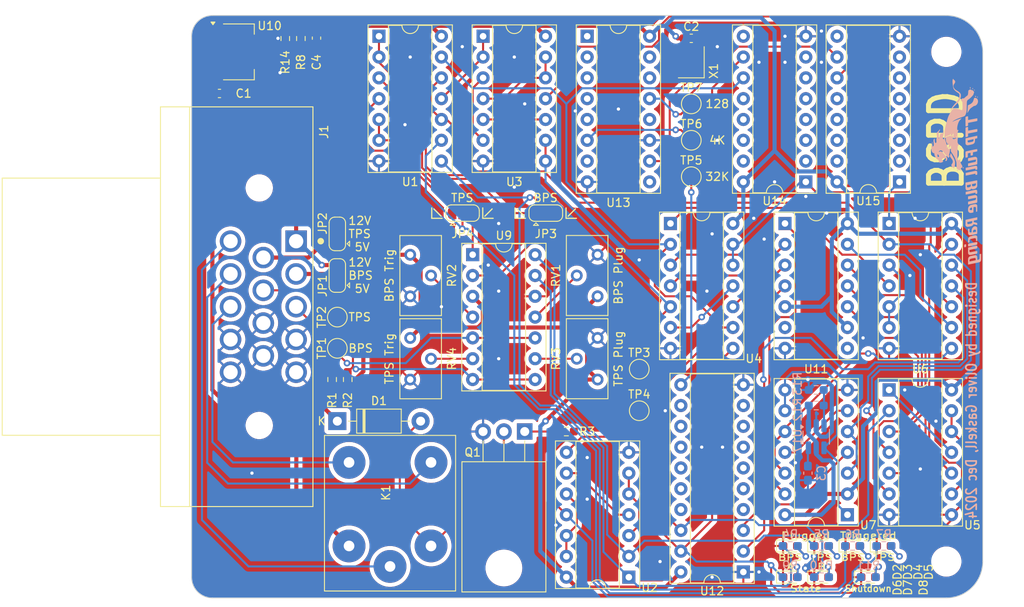
<source format=kicad_pcb>
(kicad_pcb (version 20240108) (generator "pcbnew") (generator_version "8.0")
  (layers (0 "F.Cu" signal) (31 "B.Cu" signal) (34 "B.Paste" user) (35 "F.Paste" user) (36 "B.SilkS" user "B.Silkscreen") (37 "F.SilkS" user "F.Silkscreen") (38 "B.Mask" user) (39 "F.Mask" user) (44 "Edge.Cuts" user))
  (net 0 "")
  (net 1 "+5V")
  (net 2 "Net-(U17-CDELAY)")
  (net 3 "+12V")
  (net 4 "Net-(D1-A)")
  (net 5 "GND")
  (net 6 "Net-(D2-A)")
  (net 7 "Net-(D3-A)")
  (net 8 "Net-(D4-A)")
  (net 9 "Net-(D5-A)")
  (net 10 "/BPS_Sig")
  (net 11 "/BPS_Power")
  (net 12 "/TPS_Sig")
  (net 13 "/TPS_Power")
  (net 14 "/ShutdownNO")
  (net 15 "/ShutdownNC")
  (net 16 "/ShutdownC")
  (net 17 "Net-(JP3-A)")
  (net 18 "Net-(JP3-B)")
  (net 19 "/BPS_Trig")
  (net 20 "Net-(JP4-A)")
  (net 21 "Net-(JP4-B)")
  (net 22 "/TPS_Trig")
  (net 23 "Net-(Q1-G)")
  (net 24 "/SD_Sig")
  (net 25 "/BPS_Plugged")
  (net 26 "/TPS_Plugged")
  (net 27 "Net-(U17-IN)")
  (net 28 "Net-(U9C-+)")
  (net 29 "Net-(U9A--)")
  (net 30 "Net-(U9D-+)")
  (net 31 "Net-(U9B--)")
  (net 32 "Net-(U10-ADJ)")
  (net 33 "/System_OK")
  (net 34 "Net-(U2-Pad4)")
  (net 35 "/SM_Ok")
  (net 36 "Net-(U3-Pad3)")
  (net 37 "/State Machine/State_B")
  (net 38 "/State Machine/Timers/Reset_Counting")
  (net 39 "Net-(U4-Pad1)")
  (net 40 "Net-(U11-Pad2)")
  (net 41 "Net-(U11-Pad3)")
  (net 42 "Net-(U4-Pad11)")
  (net 43 "Net-(U11-Pad4)")
  (net 44 "/State Machine/5T")
  (net 45 "Net-(U5-Pad1)")
  (net 46 "Net-(U11-Pad10)")
  (net 47 "Net-(U11-Pad11)")
  (net 48 "Net-(U11-Pad12)")
  (net 49 "/State Machine/10T")
  (net 50 "Net-(U6-Pad3)")
  (net 51 "/State Machine/Timers/128CLK")
  (net 52 "Net-(U6-Pad8)")
  (net 53 "Net-(U6-Pad10)")
  (net 54 "/RST")
  (net 55 "Net-(U6-Pad12)")
  (net 56 "Net-(U12-D0)")
  (net 57 "Net-(U7-Pad11)")
  (net 59 "Net-(U11-Pad1)")
  (net 61 "Net-(U12-D1)")
  (net 62 "Net-(U11-Pad13)")
  (net 69 "/CLK")
  (net 80 "/State Machine/Timers/4096CLK")
  (net 107 "Net-(U1-Pad11)")
  (net 108 "Net-(D6-A)")
  (net 109 "Net-(D7-A)")
  (net 110 "Net-(D8-A)")
  (net 111 "Net-(U2-Pad3)")
  (net 112 "Net-(U2-Pad10)")
  (net 113 "Net-(U3-Pad12)")
  (net 114 "Net-(U3-Pad10)")
  (footprint "LED_SMD:LED_0603_1608Metric_Pad1.05x0.95mm_HandSolder" (layer "F.Cu") (at 128.905 91.44)
    (property "Reference" "D7")
    (property "Value" "LED")
  )
  (footprint "LED_SMD:LED_0603_1608Metric_Pad1.05x0.95mm_HandSolder" (layer "F.Cu") (at 132.715 87.63)
    (property "Reference" "D4")
    (property "Value" "LED")
  )
  (footprint "Jumper:SolderJumper-3_P1.3mm_Open_RoundedPad1.0x1.5mm" (layer "F.Cu") (at 69.85 54.61 90)
    (property "Reference" "JP1")
    (property "Value" "SolderJumper_3_Open")
  )
  (footprint "Package_DIP:DIP-20_W7.62mm_Socket" (layer "F.Cu") (at 119.38 90.805 180)
    (property "Reference" "U12")
    (property "Value" "74LS573")
  )
  (footprint "Package_DIP:DIP-14_W7.62mm_Socket" (layer "F.Cu") (at 87.63 25.4)
    (property "Reference" "U3")
    (property "Value" "4011")
  )
  (footprint "Package_DIP:DIP-14_W7.62mm_Socket" (layer "F.Cu") (at 137.16 68.58)
    (property "Reference" "U5")
    (property "Value" "4011")
  )
  (footprint "MountingHole:MountingHole_3.2mm_M3" (layer "F.Cu") (at 144.145 27.305)
    (property "Reference" "MNT1" (hide yes))
    (property "Value" "MountingHole_3.2mm_M3")
  )
  (footprint "Potentiometer_THT:Potentiometer_Bourns_3296Y_Vertical" (layer "F.Cu") (at 78.74 52.075 90)
    (property "Reference" "RV2")
    (property "Value" "10k")
  )
  (footprint "Potentiometer_THT:Potentiometer_Bourns_3296Y_Vertical" (layer "F.Cu") (at 101.6 67.31 -90)
    (property "Reference" "RV3")
    (property "Value" "10k")
  )
  (footprint "Package_DIP:DIP-14_W7.62mm_Socket" (layer "F.Cu") (at 124.46 48.26)
    (property "Reference" "U11")
    (property "Value" "4012")
  )
  (footprint "Package_DIP:DIP-14_W7.62mm_Socket" (layer "F.Cu") (at 105.41 91.44 180)
    (property "Reference" "U2")
    (property "Value" "4011")
  )
  (footprint "Potentiometer_THT:Potentiometer_Bourns_3296Y_Vertical" (layer "F.Cu") (at 101.6 57.15 -90)
    (property "Reference" "RV1")
    (property "Value" "10k")
  )
  (footprint "Package_DIP:DIP-14_W7.62mm_Socket" (layer "F.Cu") (at 137.16 48.26)
    (property "Reference" "U6")
    (property "Value" "4011")
  )
  (footprint "Package_DIP:DIP-16_W7.62mm_Socket" (layer "F.Cu") (at 127 43.18 180)
    (property "Reference" "U14")
    (property "Value" "4040")
  )
  (footprint "Package_DIP:DIP-16_W7.62mm_Socket" (layer "F.Cu") (at 100.33 25.4)
    (property "Reference" "U13")
    (property "Value" "4040")
  )
  (footprint "FBR_Footprints:MCCMA51-S-DC12V-C" (layer "F.Cu") (at 76.28 90.13 90)
    (property "Reference" "K1")
    (property "Value" "MCCMA51-S-DC12V-C")
  )
  (footprint "Resistor_SMD:R_0603_1608Metric_Pad0.98x0.95mm_HandSolder" (layer "F.Cu") (at 97.79 73.66 180)
    (property "Reference" "R3")
    (property "Value" "4.7k")
  )
  (footprint "Package_DIP:DIP-16_W7.62mm_Socket" (layer "F.Cu") (at 138.43 43.18 180)
    (property "Reference" "U15")
    (property "Value" "4040")
  )
  (footprint "Potentiometer_THT:Potentiometer_Bourns_3296Y_Vertical" (layer "F.Cu") (at 78.74 62.235 90)
    (property "Reference" "RV4")
    (property "Value" "10k")
  )
  (footprint "Resistor_SMD:R_0603_1608Metric_Pad0.98x0.95mm_HandSolder" (layer "F.Cu") (at 63.5 25.6775 -90)
    (property "Reference" "R14")
    (property "Value" "715")
  )
  (footprint "TestPoint:TestPoint_Pad_D2.0mm" (layer "F.Cu") (at 106.68 71.12)
    (property "Reference" "TP4")
    (property "Value" "TestPoint")
  )
  (footprint "LED_SMD:LED_0603_1608Metric_Pad1.05x0.95mm_HandSolder" (layer "F.Cu") (at 125.095 87.63)
    (property "Reference" "D2")
    (property "Value" "LED")
  )
  (footprint "Capacitor_SMD:C_0603_1608Metric_Pad1.08x0.95mm_HandSolder" (layer "F.Cu") (at 55.4725 32.385)
    (property "Reference" "C1")
    (property "Value" "0.1u")
  )
  (footprint "Package_TO_SOT_SMD:SOT-223-3_TabPin2" (layer "F.Cu") (at 57.81 27.305)
    (property "Reference" "U10")
    (property "Value" "LM317_SOT-223")
  )
  (footprint "Package_TO_SOT_THT:TO-220-3_Horizontal_TabDown" (layer "F.Cu") (at 92.71 73.66 180)
    (property "Reference" "Q1")
    (property "Value" "IRLZ44Z")
  )
  (footprint "LED_SMD:LED_0603_1608Metric_Pad1.05x0.95mm_HandSolder" (layer "F.Cu") (at 134.62 91.44)
    (property "Reference" "D8")
    (property "Value" "LED")
  )
  (footprint "Resistor_SMD:R_0603_1608Metric_Pad0.98x0.95mm_HandSolder" (layer "F.Cu") (at 65.405 25.6775 90)
    (property "Reference" "R8")
    (property "Value" "240")
  )
  (footprint "Package_DIP:DIP-14_W7.62mm_Socket" (layer "F.Cu") (at 86.36 52.07)
    (property "Reference" "U9")
    (property "Value" "TLC3704")
  )
  (footprint "Capacitor_SMD:C_0603_1608Metric_Pad1.08x0.95mm_HandSolder" (layer "F.Cu") (at 113.03 25.654)
    (property "Reference" "C2")
    (property "Value" "10u")
  )
  (footprint "LED_SMD:LED_0603_1608Metric_Pad1.05x0.95mm_HandSolder" (layer "F.Cu") (at 125.095 91.44)
    (property "Reference" "D6")
    (property "Value" "LED")
  )
  (footprint "Package_DIP:DIP-14_W7.62mm_Socket" (layer "F.Cu") (at 74.93 25.4)
    (property "Reference" "U1")
    (property "Value" "4011")
  )
  (footprint "LED_SMD:LED_0603_1608Metric_Pad1.05x0.95mm_HandSolder" (layer "F.Cu") (at 128.905 87.63)
    (property "Reference" "D3")
    (property "Value" "LED")
  )
  (footprint "FBR_Footprints:TE_776267-1" (layer "F.Cu") (at 60.825 58.42 -90)
    (property "Reference" "J1")
    (property "Value" "Conn_01x14")
  )
  (footprint "TestPoint:TestPoint_Pad_D2.0mm" (layer "F.Cu") (at 106.68 66.04)
    (property "Reference" "TP3")
    (property "Value" "TestPoint")
  )
  (footprint "Jumper:SolderJumper-3_P1.3mm_Open_RoundedPad1.0x1.5mm" (layer "F.Cu") (at 69.85 49.53 90)
    (property "Reference" "JP2")
    (property "Value" "SolderJumper_3_Open")
  )
  (footprint "Jumper:SolderJumper-3_P1.3mm_Open_RoundedPad1.0x1.5mm" (layer "F.Cu") (at 85.12 46.99)
    (property "Reference" "JP4")
    (property "Value" "SolderJumper_3_Open")
  )
  (footprint "TestPoint:TestPoint_Pad_D2.0mm" (layer "F.Cu") (at 69.85 59.69)
    (property "Reference" "TP2")
    (property "Value" "TestPoint")
  )
  (footprint "LED_SMD:LED_0603_1608Metric_Pad1.05x0.95mm_HandSolder" (layer "F.Cu") (at 136.525 87.63)
    (property "Reference" "D5")
    (property "Value" "LED")
  )
  (footprint "Capacitor_SMD:C_0603_1608Metric_Pad1.08x0.95mm_HandSolder" (layer "F.Cu") (at 67.31 25.6275 90)
    (property "Reference" "C4")
    (property "Value" "1u")
  )
  (footprint "Oscillator:Oscillator_SMD_Abracon_ASE-4Pin_3.2x2.5mm" (layer "F.Cu") (at 113.03 28.575 90)
    (property "Reference" "X1")
    (property "Value" "ASZKDV-32.768KHz")
  )
  (footprint "Package_DIP:DIP-14_W7.62mm_Socket" (layer "F.Cu") (at 132.08 83.82 180)
    (property "Reference" "U7")
    (property "Value" "4011")
  )
  (footprint "Diode_THT:D_DO-41_SOD81_P10.16mm_Horizontal" (layer "F.Cu") (at 69.85 72.39)
    (property "Reference" "D1")
    (property "Value" "1N5817")
  )
  (footprint "TestPoint:TestPoint_Pad_D2.0mm" (layer "F.Cu") (at 113.03 42.545)
    (property "Reference" "TP5")
    (property "Value" "TestPoint")
  )
  (footprint "Resistor_SMD:R_0603_1608Metric_Pad0.98x0.95mm_HandSolder" (layer "F.Cu") (at 69.215 67.31 -90)
    (property "Reference" "R1")
    (property "Value" "100K")
  )
  (footprint "MountingHole:MountingHole_3.2mm_M3" (layer "F.Cu") (at 144.145 89.535)
    (property "Reference" "MNT2" (hide yes))
    (property "Value" "MountingHole_3.2mm_M3")
  )
  (footprint "TestPoint:TestPoint_Pad_D2.0mm" (layer "F.Cu") (at 113.03 33.655)
    (property "Reference" "TP7")
    (property "Value" "TestPoint")
  )
  (footprint "Jumper:SolderJumper-3_P1.3mm_Open_RoundedPad1.0x1.5mm" (layer "F.Cu") (at 95.28 46.99)
    (property "Reference" "JP3")
    (property "Value" "SolderJumper_3_Open")
  )
  (footprint "TestPoint:TestPoint_Pad_D2.0mm" (layer "F.Cu") (at 69.85 63.5)
    (property "Reference" "TP1")
    (property "Value" "TestPoint")
  )
  (footprint "Package_DIP:DIP-14_W7.62mm_Socket" (layer "F.Cu") (at 110.49 48.26)
    (property "Reference" "U4")
    (property "Value" "4011")
  )
  (footprint "TestPoint:TestPoint_Pad_D2.0mm" (layer "F.Cu") (at 113.03 38.1)
    (property "Reference" "TP6")
    (property "Value" "TestPoint")
  )
  (footprint "Resistor_SMD:R_0603_1608Metric_Pad0.98x0.95mm_HandSolder" (layer "F.Cu") (at 71.12 67.31 -90)
    (property "Reference" "R2")
    (property "Value" "100K")
  )
  (footprint "Package_TO_SOT_SMD:SOT-23-6_Handsoldering" (layer "B.Cu") (at 128.27 74.295 -90)
    (property "Reference" "U17")
    (property "Value" "MAX6895")
  )
  (footprint "Resistor_SMD:R_0603_1608Metric_Pad0.98x0.95mm_HandSolder" (layer "B.Cu") (at 128.905 91.44 180)
    (property "Reference" "R10")
    (property "Value" "180")
  )
  (footprint "Resistor_SMD:R_0603_1608Metric_Pad0.98x0.95mm_HandSolder" (layer "B.Cu") (at 134.62 91.44 180)
    (property "Reference" "R11")
    (property "Value" "180")
  )
  (footprint "Capacitor_SMD:C_0603_1608Metric_Pad1.08x0.95mm_HandSolder" (layer "B.Cu") (at 127.254 78.74 -90)
    (property "Reference" "C3")
    (property "Value" "200n")
  )
  (footprint "Resistor_SMD:R_0603_1608Metric_Pad0.98x0.95mm_HandSolder" (layer "B.Cu") (at 136.525 87.63 180)
    (property "Reference" "R7")
    (property "Value" "180")
  )
  (footprint "Resistor_SMD:R_0603_1608Metric_Pad0.98x0.95mm_HandSolder" (layer "B.Cu") (at 125.095 91.44 180)
    (property "Reference" "R9")
    (property "Value" "180")
  )
  (footprint "BSPD_footprints:FBR_Logo_.9in" (layer "B.Cu") (at 144.78 41.91 -90)
    (property "Reference" "G***" (hide yes))
    (property "Value" "LOGO" (hide yes))
  )
  (footprint "Resistor_SMD:R_0603_1608Metric_Pad0.98x0.95mm_HandSolder" (layer "B.Cu") (at 128.27 68.58 180)
    (property "Reference" "R13")
    (property "Value" "100k")
  )
  (footprint "Resistor_SMD:R_0603_1608Metric_Pad0.98x0.95mm_HandSolder" (layer "B.Cu") (at 132.715 87.63 180)
    (property "Reference" "R6")
    (property "Value" "180")
  )
  (footprint "Resistor_SMD:R_0603_1608Metric_Pad0.98x0.95mm_HandSolder" (layer "B.Cu") (at 128.905 87.63 180)
    (property "Reference" "R5")
    (property "Value" "180")
  )
  (footprint "Resistor_SMD:R_0603_1608Metric_Pad0.98x0.95mm_HandSolder" (layer "B.Cu") (at 128.27 70.485)
    (property "Reference" "R12")
    (property "Value" "750k")
  )
  (footprint "Resistor_SMD:R_0603_1608Metric_Pad0.98x0.95mm_HandSolder" (layer "B.Cu") (at 125.095 87.63 180)
    (property "Reference" "R4")
    (property "Value" "180")
  )
  (gr_line (start 91.527 46.355) (end 91.527 47.625) (stroke (width 0.15)) (layer "F.SilkS"))
  (gr_line (start 97.75 46.355) (end 97.75 47.625) (stroke (width 0.15)) (layer "F.SilkS"))
  (gr_line (start 81.367 46.355) (end 81.367 47.625) (stroke (width 0.15)) (layer "F.SilkS"))
  (gr_line (start 81.621 46.482) (end 82.51 47.371) (stroke (width 0.15)) (layer "F.SilkS"))
  (gr_line (start 87.59 46.355) (end 87.59 47.625) (stroke (width 0.15)) (layer "F.SilkS"))
  (gr_line (start 91.781 46.482) (end 92.67 47.371) (stroke (width 0.15)) (layer "F.SilkS"))
  (gr_line (start 98.004 47.371) (end 98.893 46.482) (stroke (width 0.15)) (layer "F.SilkS"))
  (gr_line (start 91.527 47.625) (end 92.797 47.625) (stroke (width 0.15)) (layer "F.SilkS"))
  (gr_line (start 87.59 47.625) (end 88.86 47.625) (stroke (width 0.15)) (layer "F.SilkS"))
  (gr_line (start 97.75 47.625) (end 99.02 47.625) (stroke (width 0.15)) (layer "F.SilkS"))
  (gr_line (start 87.844 47.371) (end 88.733 46.482) (stroke (width 0.15)) (layer "F.SilkS"))
  (gr_line (start 81.367 47.625) (end 82.637 47.625) (stroke (width 0.15)) (layer "F.SilkS"))
  (gr_arc (start 54.61 93.98) (mid 52.813949 93.236051) (end 52.07 91.44) (stroke (width 0.1)) (layer "Edge.Cuts"))
  (gr_arc (start 144.145 22.86) (mid 147.28809 24.16191) (end 148.59 27.305) (stroke (width 0.1)) (layer "Edge.Cuts"))
  (gr_arc (start 148.59 89.535) (mid 147.28809 92.67809) (end 144.145 93.98) (stroke (width 0.1)) (layer "Edge.Cuts"))
  (gr_line (start 54.61 22.86) (end 144.145 22.86) (stroke (width 0.1)) (layer "Edge.Cuts"))
  (gr_arc (start 52.07 25.4) (mid 52.813949 23.603949) (end 54.61 22.86) (stroke (width 0.1)) (layer "Edge.Cuts"))
  (gr_line (start 52.07 91.44) (end 52.07 25.4) (stroke (width 0.1)) (layer "Edge.Cuts"))
  (gr_line (start 148.59 27.305) (end 148.59 89.535) (stroke (width 0.1)) (layer "Edge.Cuts"))
  (gr_line (start 144.145 93.98) (end 54.61 93.98) (stroke (width 0.1)) (layer "Edge.Cuts"))
  (gr_text "Designed by Oliver Gaskell, Dec 2024" (at 147.955 69.85 90) (layer "B.SilkS") (effects (font (size 1.27 1) (thickness 0.2) (bold yes)) (justify bottom mirror)))
  (gr_text "Plugged" (at 127 86.36 0) (layer "F.SilkS") (effects (font (size 0.8 1))))
  (gr_text "12V\nBPS\n 5V" (at 71.12 54.61 0) (layer "F.SilkS") (effects (font (size 1 1)) (justify left)))
  (gr_text "TPS" (at 136.525 89.027 0) (layer "F.SilkS") (effects (font (size 0.8 1))))
  (gr_text "12V\nTPS\n 5V" (at 71.12 49.53 0) (layer "F.SilkS") (effects (font (size 1 1)) (justify left)))
  (gr_text "TPS Plug" (at 104.14 64.77 90) (layer "F.SilkS") (effects (font (size 1 1))))
  (gr_text "Shutdown" (at 134.62 92.837 0) (layer "F.SilkS") (effects (font (size 0.8 0.8))))
  (gr_text "BPS" (at 132.715 89.027 0) (layer "F.SilkS") (effects (font (size 0.8 1))))
  (gr_text "BPS" (at 125.095 89.027 0) (layer "F.SilkS") (effects (font (size 0.8 1))))
  (gr_text "State" (at 127 92.837 0) (layer "F.SilkS") (effects (font (size 0.8 1))))
  (gr_text "Triggered" (at 134.62 86.36 0) (layer "F.SilkS") (effects (font (size 0.8 1))))
  (gr_text "TPS Trig" (at 76.2 64.77 90) (layer "F.SilkS") (effects (font (size 1 1))))
  (gr_text "BPS" (at 95.25 45.715 0) (layer "F.SilkS") (effects (font (size 1 1)) (justify bottom)))
  (gr_text "TPS" (at 85.09 45.715 0) (layer "F.SilkS") (effects (font (size 1 1)) (justify bottom)))
  (gr_text "128" (at 116.205 33.655 0) (layer "F.SilkS") (effects (font (size 1 1))))
  (gr_text "TPS" (at 128.905 89.027 0) (layer "F.SilkS") (effects (font (size 0.8 1))))
  (gr_text "BSPD" (at 144.145 44.45 90) (layer "F.SilkS") (effects (font (size 4 3) (thickness 0.6) (bold yes)) (justify left)))
  (gr_text "TPS" (at 71.12 59.69 0) (layer "F.SilkS") (effects (font (size 1 1)) (justify left)))
  (gr_text "BPS Trig" (at 76.2 54.61 90) (layer "F.SilkS") (effects (font (size 1 1))))
  (gr_text "BPS" (at 71.12 63.5 0) (layer "F.SilkS") (effects (font (size 1 1)) (justify left)))
  (gr_text "BPS Plug" (at 104.14 54.61 90) (layer "F.SilkS") (effects (font (size 1 1))))
  (gr_text "4K" (at 116.205 38.1 0) (layer "F.SilkS") (effects (font (size 1 1))))
  (gr_text "32K" (at 116.205 42.545 0) (layer "F.SilkS") (effects (font (size 1 1))))
  (gr_text "A" (at 125.095 90.17 0) (layer "F.SilkS") (effects (font (size 0.8 1))))
  (gr_text "B" (at 128.905 90.17 0) (layer "F.SilkS") (effects (font (size 0.8 1))))
  (segment (start 101.6 57.15) (end 100.33 58.42) (width 0.5) (layer "F.Cu") (net 1))
  (segment (start 71.12 55.49) (end 71.12 30.3) (width 0.5) (layer "F.Cu") (net 1))
  (segment (start 69.85 50.83) (end 70.723991 50.83) (width 0.5) (layer "F.Cu") (net 1))
  (segment (start 62.103 28.448) (end 64.77 28.448) (width 0.5) (layer "F.Cu") (net 1))
  (segment (start 80.01 53.34) (end 80.01 59.69) (width 0.5) (layer "F.Cu") (net 1))
  (segment (start 69.85 55.91) (end 73.025 59.085) (width 0.5) (layer "F.Cu") (net 1))
  (segment (start 107.95 25.4) (end 106.68 24.13) (width 0.5) (layer "F.Cu") (net 1))
  (segment (start 87.63 60.96) (end 97.79 60.96) (width 0.5) (layer "F.Cu") (net 1))
  (segment (start 70.284 26.49) (end 72.644 24.13) (width 0.5) (layer "F.Cu") (net 1))
  (segment (start 97.79 91.44) (end 99.06 92.71) (width 0.5) (layer "F.Cu") (net 1))
  (segment (start 82.55 25.4) (end 81.28 24.13) (width 0.5) (layer "F.Cu") (net 1))
  (segment (start 100.33 67.31) (end 95.25 72.39) (width 0.5) (layer "F.Cu") (net 1))
  (segment (start 112.1675 25.654) (end 111.379 25.654) (width 0.5) (layer "F.Cu") (net 1))
  (segment (start 67.31 26.49) (end 65.505 26.49) (width 0.5) (layer "F.Cu") (net 1))
  (segment (start 67.31 26.49) (end 70.284 26.49) (width 0.5) (layer "F.Cu") (net 1))
  (segment (start 87.61 58.4) (end 86.36 57.15) (width 0.5) (layer "F.Cu") (net 1))
  (segment (start 72.761009 52.075) (end 71.12 50.433991) (width 0.5) (layer "F.Cu") (net 1))
  (segment (start 80.01 59.69) (end 80.01 60.96) (width 0.5) (layer "F.Cu") (net 1))
  (segment (start 100.33 63.5) (end 100.33 66.04) (width 0.5) (layer "F.Cu") (net 1))
  (segment (start 86.995 60.96) (end 87.63 60.96) (width 0.5) (layer "F.Cu") (net 1))
  (segment (start 80.01 60.96) (end 80.01 60.965) (width 0.5) (layer "F.Cu") (net 1))
  (segment (start 60.96 27.305) (end 62.103 28.448) (width 0.5) (layer "F.Cu") (net 1))
  (segment (start 106.68 24.13) (end 93.98 24.13) (width 0.5) (layer "F.Cu") (net 1))
  (segment (start 97.79 60.96) (end 100.33 63.5) (width 0.5) (layer "F.Cu") (net 1))
  (segment (start 112.13 25.4) (end 112.13 27.45) (width 0.5) (layer "F.Cu") (net 1))
  (segment (start 64.77 28.448) (end 65.405 27.813) (width 0.5) (layer "F.Cu") (net 1))
  (segment (start 112.205 29.625) (end 112.205 27.525) (width 0.5) (layer "F.Cu") (net 1))
  (segment (start 99.06 92.71) (end 109.855 92.71) (width 0.5) (layer "F.Cu") (net 1))
  (segment (start 80.005 53.34) (end 80.01 53.34) (width 0.5) (layer "F.Cu") (net 1))
  (segment (start 127 83.82) (end 129.54 81.28) (width 0.5) (layer "F.Cu") (net 1))
  (segment (start 124.46 83.82) (end 127 83.82) (width 0.5) (layer "F.Cu") (net 1))
  (segment (start 60.96 27.305) (end 54.66 27.305) (width 0.5) (layer "F.Cu") (net 1))
  (segment (start 111.379 25.654) (end 111.125 25.4) (width 0.5) (layer "F.Cu") (net 1))
  (segment (start 65.405 27.813) (end 65.405 26.59) (width 0.5) (layer "F.Cu") (net 1))
  (segment (start 71.12 30.3) (end 67.31 26.49) (width 0.5) (layer "F.Cu") (net 1))
  (segment (start 101.6 67.31) (end 100.33 67.31) (width 0.5) (layer "F.Cu") (net 1))
  (segment (start 65.505 26.49) (end 65.405 26.59) (width 0.5) (layer "F.Cu") (net 1))
  (segment (start 100.33 66.04) (end 101.6 67.31) (width 0.5) (layer "F.Cu") (net 1))
  (segment (start 129.54 81.28) (end 132.08 81.28) (width 0.5) (layer "F.Cu") (net 1))
  (segment (start 72.644 24.13) (end 81.28 24.13) (width 0.5) (layer "F.Cu") (net 1))
  (segment (start 112.13 27.45) (end 112.205 27.525) (width 0.5) (layer "F.Cu") (net 1))
  (segment (start 69.215 68.2225) (end 71.12 68.2225) (width 0.5) (layer "F.Cu") (net 1))
  (segment (start 81.28 60.96) (end 86.995 60.96) (width 0.5) (layer "F.Cu") (net 1))
  (segment (start 87.61 60.345) (end 87.61 58.4) (width 0.5) (layer "F.Cu") (net 1))
  (segment (start 73.025 66.3175) (end 71.12 68.2225) (width 0.5) (layer "F.Cu") (net 1))
  (segment (start 78.74 52.075) (end 72.761009 52.075) (width 0.5) (layer "F.Cu") (net 1))
  (segment (start 80.01 59.69) (end 81.28 60.96) (width 0.5) (layer "F.Cu") (net 1))
  (segment (start 73.025 59.085) (end 73.025 66.3175) (width 0.5) (layer "F.Cu") (net 1))
  (segment (start 111.76 90.805) (end 109.855 92.71) (width 0.5) (layer "F.Cu") (net 1))
  (segment (start 86.995 60.96) (end 87.61 60.345) (width 0.5) (layer "F.Cu") (net 1))
  (segment (start 81.28 24.13) (end 93.98 24.13) (width 0.5) (layer "F.Cu") (net 1))
  (segment (start 93.98 24.13) (end 95.25 25.4) (width 0.5) (layer "F.Cu") (net 1))
  (segment (start 70.7 55.91) (end 71.12 55.49) (width 0.5) (layer "F.Cu") (net 1))
  (segment (start 80.01 60.965) (end 78.74 62.235) (width 0.5) (layer "F.Cu") (net 1))
  (segment (start 69.85 55.91) (end 70.7 55.91) (width 0.5) (layer "F.Cu") (net 1))
  (segment (start 78.74 52.075) (end 80.005 53.34) (width 0.5) (layer "F.Cu") (net 1))
  (segment (start 100.33 58.42) (end 97.79 60.96) (width 0.5) (layer "F.Cu") (net 1))
  (segment (start 70.723991 50.83) (end 71.12 50.433991) (width 0.5) (layer "F.Cu") (net 1))
  (via (at 95.25 72.39) (size 0.8) (drill 0.4) (layers "F.Cu" "B.Cu") (net 1))
  (via (at 111.125 25.4) (size 0.8) (drill 0.4) (layers "F.Cu" "B.Cu") (net 1))
  (segment (start 135.636 67.604) (end 135.636 71.374) (width 0.5) (layer "B.Cu") (net 1))
  (segment (start 128.905 83.82) (end 124.46 83.82) (width 0.5) (layer "B.Cu") (net 1))
  (segment (start 119.38 46.99) (end 118.11 48.26) (width 0.5) (layer "B.Cu") (net 1))
  (segment (start 135.91 67.33) (end 135.636 67.604) (width 0.5) (layer "B.Cu") (net 1))
  (segment (start 129.54 41.91) (end 130.81 43.18) (width 0.5) (layer "B.Cu") (net 1))
  (segment (start 144.78 68.58) (end 143.53 67.33) (width 0.5) (layer "B.Cu") (net 1))
  (segment (start 127.3575 72.9075) (end 127.32 72.945) (width 0.5) (layer "B.Cu") (net 1))
  (segment (start 127.32 73.98) (end 128.27 74.93) (width 0.5) (layer "B.Cu") (net 1))
  (segment (start 133.985 73.025) (end 133.985 79.375) (width 0.5) (layer "B.Cu") (net 1))
  (segment (start 130.81 43.18) (end 132.08 44.45) (width 0.5) (layer "B.Cu") (net 1))
  (segment (start 130.175 50.165) (end 130.175 57.15) (width 0.5) (layer "B.Cu") (net 1))
  (segment (start 129.941828 77.18) (end 130.38 77.618172) (width 0.5) (layer "B.Cu") (net 1))
  (segment (start 123.19 24.765) (end 123.19 39.37) (width 0.5) (layer "B.Cu") (net 1))
  (segment (start 95.25 72.39) (end 94.615 73.025) (width 0.5) (layer "B.Cu") (net 1))
  (segment (start 127.32 72.945) (end 127.32 73.98) (width 0.5) (layer "B.Cu") (net 1))
  (segment (start 147.955 65.405) (end 147.955 51.435) (width 0.5) (layer "B.Cu") (net 1))
  (segment (start 109.22 24.13) (end 109.855 24.13) (width 0.5) (layer "B.Cu") (net 1))
  (segment (start 130.175 59.055) (end 132.08 60.96) (width 0.5) (layer "B.Cu") (net 1))
  (segment (start 111.125 25.4) (end 109.855 24.13) (width 0.5) (layer "B.Cu") (net 1))
  (segment (start 128.27 75.645) (end 128.27 76.424999) (width 0.5) (layer "B.Cu") (net 1))
  (segment (start 94.615 73.025) (end 94.615 88.265) (width 0.5) (layer "B.Cu") (net 1))
  (segment (start 133.33 49.51) (end 132.08 48.26) (width 0.5) (layer "B.Cu") (net 1))
  (segment (start 135.636 71.374) (end 133.985 73.025) (width 0.5) (layer "B.Cu") (net 1))
  (segment (start 130.38 82.345) (end 128.905 83.82) (width 0.5) (layer "B.Cu") (net 1))
  (segment (start 130.38 77.618172) (end 130.38 82.345) (width 0.5) (layer "B.Cu") (net 1))
  (segment (start 130.175 57.15) (end 130.175 59.055) (width 0.5) (layer "B.Cu") (net 1))
  (segment (start 128.27 76.424999) (end 129.025001 77.18) (width 0.5) (layer "B.Cu") (net 1))
  (segment (start 125.73 41.91) (end 129.54 41.91) (width 0.5) (layer "B.Cu") (net 1))
  (segment (start 109.855 24.13) (end 110.875 23.11) (width 0.5) (layer "B.Cu") (net 1))
  (segment (start 147.955 51.435) (end 144.78 48.26) (width 0.5) (layer "B.Cu") (net 1))
  (segment (start 144.78 68.58) (end 147.955 65.405) (width 0.5) (layer "B.Cu") (net 1))
  (segment (start 124.46 58.42) (end 128.905 58.42) (width 0.5) (layer "B.Cu") (net 1))
  (segment (start 119.38 43.18) (end 119.38 46.99) (width 0.5) (layer "B.Cu") (net 1))
  (segment (start 143.53 49.51) (end 133.33 49.51) (width 0.5) (layer "B.Cu") (net 1))
  (segment (start 121.535 23.11) (end 123.19 24.765) (width 0.5) (layer "B.Cu") (net 1))
  (segment (start 144.78 48.26) (end 143.53 49.51) (width 0.5) (layer "B.Cu") (net 1))
  (segment (start 110.875 23.11) (end 121.535 23.11) (width 0.5) (layer "B.Cu") (net 1))
  (segment (start 133.985 79.375) (end 132.08 81.28) (width 0.5) (layer "B.Cu") (net 1))
  (segment (start 132.08 44.45) (end 132.08 48.26) (width 0.5) (layer "B.Cu") (net 1))
  (segment (start 119.38 43.18) (end 123.19 39.37) (width 0.5) (layer "B.Cu") (net 1))
  (segment (start 123.19 39.37) (end 125.73 41.91) (width 0.5) (layer "B.Cu") (net 1))
  (segment (start 94.615 88.265) (end 97.79 91.44) (width 0.5) (layer "B.Cu") (net 1))
  (segment (start 127.3575 70.485) (end 127.3575 72.9075) (width 0.5) (layer "B.Cu") (net 1))
  (segment (start 128.27 74.93) (end 128.27 75.645) (width 0.5) (layer "B.Cu") (net 1))
  (segment (start 132.08 48.26) (end 130.175 50.165) (width 0.5) (layer "B.Cu") (net 1))
  (segment (start 129.025001 77.18) (end 129.941828 77.18) (width 0.5) (layer "B.Cu") (net 1))
  (segment (start 143.53 67.33) (end 135.91 67.33) (width 0.5) (layer "B.Cu") (net 1))
  (segment (start 128.905 58.42) (end 130.175 57.15) (width 0.5) (layer "B.Cu") (net 1))
  (segment (start 107.95 25.4) (end 109.22 24.13) (width 0.5) (layer "B.Cu") (net 1))
  (segment (start 127.254 75.711) (end 127.32 75.645) (width 0.25) (layer "B.Cu") (net 2))
  (segment (start 127.254 77.8775) (end 127.254 75.711) (width 0.25) (layer "B.Cu") (net 2))
  (segment (start 127.4075 75.7325) (end 127.32 75.645) (width 0.25) (layer "B.Cu") (net 2))
  (segment (start 64.165 42.545) (end 64.135 42.545) (width 0.5) (layer "F.Cu") (net 3))
  (segment (start 69.82 53.34) (end 69.85 53.31) (width 0.5) (layer "F.Cu") (net 3))
  (segment (start 54.61 33.02) (end 54.61 32.385) (width 0.5) (layer "F.Cu") (net 3))
  (segment (start 54.61 44.45) (end 54.61 68.58) (width 0.5) (layer "F.Cu") (net 3))
  (segment (start 62.23 69.85) (end 55.88 69.85) (width 0.5) (layer "F.Cu") (net 3))
  (segment (start 67.31 69.85) (end 62.23 69.85) (width 0.5) (layer "F.Cu") (net 3))
  (segment (start 54.66 32.335) (end 54.61 32.385) (width 0.5) (layer "F.Cu") (net 3))
  (segment (start 62.23 69.85) (end 64.85 72.47) (width 0.5) (layer "F.Cu") (net 3))
  (segment (start 55.88 69.85) (end 54.61 68.58) (width 0.5) (layer "F.Cu") (net 3))
  (segment (start 69.85 72.39) (end 67.31 69.85) (width 0.5) (layer "F.Cu") (net 3))
  (segment (start 64.825 50.42) (end 64.825 43.235) (width 0.5) (layer "F.Cu") (net 3))
  (segment (start 54.66 29.605) (end 54.66 32.335) (width 0.5) (layer "F.Cu") (net 3))
  (segment (start 64.85 72.47) (end 64.85 81.2) (width 0.5) (layer "F.Cu") (net 3))
  (segment (start 64.85 81.2) (end 71.28 87.63) (width 0.5) (layer "F.Cu") (net 3))
  (segment (start 62.23 40.64) (end 54.61 33.02) (width 0.5) (layer "F.Cu") (net 3))
  (segment (start 58.42 40.64) (end 54.61 44.45) (width 0.5) (layer "F.Cu") (net 3))
  (segment (start 67.945 53.34) (end 69.82 53.34) (width 0.5) (layer "F.Cu") (net 3))
  (segment (start 64.825 43.235) (end 64.135 42.545) (width 0.5) (layer "F.Cu") (net 3))
  (segment (start 64.135 42.545) (end 62.23 40.64) (width 0.5) (layer "F.Cu") (net 3))
  (segment (start 62.23 40.64) (end 58.42 40.64) (width 0.5) (layer "F.Cu") (net 3))
  (segment (start 69.85 48.23) (end 64.165 42.545) (width 0.5) (layer "F.Cu") (net 3))
  (via (at 67.945 53.34) (size 0.8) (drill 0.4) (layers "F.Cu" "B.Cu") (net 3))
  (segment (start 65.025 50.42) (end 67.945 53.34) (width 0.5) (layer "B.Cu") (net 3))
  (segment (start 64.825 50.42) (end 65.025 50.42) (width 0.5) (layer "B.Cu") (net 3))
  (segment (start 90.17 78.74) (end 81.28 87.63) (width 0.25) (layer "F.Cu") (net 4))
  (segment (start 77.47 74.93) (end 80.01 72.39) (width 0.25) (layer "F.Cu") (net 4))
  (segment (start 77.47 83.82) (end 77.47 74.93) (width 0.25) (layer "F.Cu") (net 4))
  (segment (start 81.28 87.63) (end 77.47 83.82) (width 0.25) (layer "F.Cu") (net 4))
  (segment (start 90.17 73.66) (end 90.17 78.74) (width 0.25) (layer "F.Cu") (net 4))
  (segment (start 63.5 26.543) (end 62.611 25.654) (width 0.5) (layer "F.Cu") (net 5))
  (segment (start 128.026268 91.44) (end 126.936268 90.35) (width 0.5) (layer "F.Cu") (net 5))
  (segment (start 128.03 91.44) (end 128.026268 91.44) (width 0.5) (layer "F.Cu") (net 5))
  (segment (start 63.5 26.59) (end 63.5 26.543) (width 0.5) (layer "F.Cu") (net 5))
  (via (at 106.68 52.705) (size 0.8) (drill 0.4) (layers "F.Cu" "B.Cu") (net 5))
  (via (at 100.33 76.835) (size 0.8) (drill 0.4) (layers "F.Cu" "B.Cu") (net 5))
  (via (at 88.265 53.34) (size 0.8) (drill 0.4) (layers "F.Cu" "B.Cu") (net 5))
  (via (at 116.84 75.565) (size 0.8) (drill 0.4) (layers "F.Cu" "B.Cu") (net 5))
  (via (at 140.97 52.07) (size 0.8) (drill 0.4) (layers "F.Cu" "B.Cu") (net 5))
  (via (at 139.7 54.61) (size 0.8) (drill 0.4) (layers "F.Cu" "B.Cu") (net 5))
  (via (at 109.855 71.12) (size 0.8) (drill 0.4) (layers "F.Cu" "B.Cu") (net 5))
  (via (at 62.865 29.845) (size 0.8) (drill 0.4) (layers "F.Cu" "B.Cu") (net 5))
  (via (at 139.065 68.58) (size 0.8) (drill 0.4) (layers "F.Cu" "B.Cu") (net 5))
  (via (at 92.71 33.655) (size 0.8) (drill 0.4) (layers "F.Cu" "B.Cu") (net 5))
  (via (at 104.14 34.29) (size 0.8) (drill 0.4) (layers "F.Cu" "B.Cu") (net 5))
  (via (at 85.09 26.67) (size 0.8) (drill 0.4) (layers "F.Cu" "B.Cu") (net 5))
  (via (at 128.016 88.9) (size 0.8) (drill 0.4) (layers "F.Cu" "B.Cu") (net 5))
  (via (at 124.46 25.4) (size 0.8) (drill 0.4) (layers "F.Cu" "B.Cu") (net 5))
  (via (at 121.285 28.575) (size 0.8) (drill 0.4) (layers "F.Cu" "B.Cu") (net 5))
  (via (at 115.57 91.44) (size 0.8) (drill 0.4) (layers "F.Cu" "B.Cu") (net 5))
  (via (at 140.335 47.625) (size 0.8) (drill 0.4) (layers "F.Cu" "B.Cu") (net 5))
  (via (at 127.254 67.31) (size 0.8) (drill 0.4) (layers "F.Cu" "B.Cu") (net 5))
  (via (at 125.73 77.47) (size 0.8) (drill 0.4) (layers "F.Cu" "B.Cu") (net 5))
  (via (at 121.92 50.165) (size 0.8) (drill 0.4) (layers "F.Cu" "B.Cu") (net 5))
  (via (at 116.205 38.1) (size 0.8) (drill 0.4) (layers "F.Cu" "B.Cu") (net 5))
  (via (at 96.52 85.09) (size 0.8) (drill 0.4) (layers "F.Cu" "B.Cu") (net 5))
  (via (at 100.33 81.915) (size 0.8) (drill 0.4) (layers "F.Cu" "B.Cu") (net 5))
  (via (at 114.935 56.515) (size 0.8) (drill 0.4) (layers "F.Cu" "B.Cu") (net 5))
  (via (at 121.285 90.805) (size 0.8) (drill 0.4) (layers "F.Cu" "B.Cu") (net 5))
  (via (at 116.205 26.67) (size 0.8) (drill 0.4) (layers "F.Cu" "B.Cu") (net 5))
  (via (at 128.905 28.575) (size 0.8) (drill 0.4) (layers "F.Cu" "B.Cu") (net 5))
  (via (at 133.985 62.23) (size 0.8) (drill 0.4) (layers "F.Cu" "B.Cu") (net 5))
  (via (at 82.55 58.42) (size 0.8) (drill 0.4) (layers "F.Cu" "B.Cu") (net 5))
  (via (at 120.65 47.625) (size 0.8) (drill 0.4) (layers "F.Cu" "B.Cu") (net 5))
  (via (at 89.535 64.77) (size 0.8) (drill 0.4) (layers "F.Cu" "B.Cu") (net 5))
  (via (at 126.936268 90.35) (size 0.8) (drill 0.4) (layers "F.Cu" "B.Cu") (net 5))
  (via (at 127 44.958) (size 0.8) (drill 0.4) (layers "F.Cu" "B.Cu") (net 5))
  (via (at 129.54 46.99) (size 0.8) (drill 0.4) (layers "F.Cu" "B.Cu") (net 5))
  (via (at 89.535 48.26) (size 0.8) (drill 0.4) (layers "F.Cu" "B.Cu") (net 5))
  (via (at 140.97 78.232) (size 0.8) (drill 0.4) (layers "F.Cu" "B.Cu") (net 5))
  (via (at 62.611 25.654) (size 0.8) (drill 0.4) (layers "F.Cu" "B.Cu") (net 5))
  (via (at 142.875 72.39) (size 0.8) (drill 0.4) (layers "F.Cu" "B.Cu") (net 5))
  (via (at 128.905 24.765) (size 0.8) (drill 0.4) (layers "F.Cu" "B.Cu") (net 5))
  (via (at 114.3 75.565) (size 0.8) (drill 0.4) (layers "F.Cu" "B.Cu") (net 5))
  (via (at 115.57 49.53) (size 0.8) (drill 0.4) (layers "F.Cu" "B.Cu") (net 5))
  (via (at 109.22 89.535) (size 0.8) (drill 0.4) (layers "F.Cu" "B.Cu") (net 5))
  (via (at 91.44 27.94) (size 0.8) (drill 0.4) (layers "F.Cu" "B.Cu") (net 5))
  (via (at 89.535 56.515) (size 0.8) (drill 0.4) (layers "F.Cu" "B.Cu") (net 5))
  (via (at 124.46 28.575) (size 0.8) (drill 0.4) (layers "F.Cu" "B.Cu") (net 5))
  (via (at 123.19 43.18) (size 0.8) (drill 0.4) (layers "F.Cu" "B.Cu") (net 5))
  (via (at 98.881717 34.519462) (size 0.8) (drill 0.4) (layers "F.Cu" "B.Cu") (net 5))
  (via (at 78.74 27.94) (size 0.8) (drill 0.4) (layers "F.Cu" "B.Cu") (net 5))
  (via (at 59.436 78.74) (size 0.8) (drill 0.4) (layers "F.Cu" "B.Cu") (net 5))
  (via (at 91.44 43.815) (size 0.8) (drill 0.4) (layers "F.Cu" "B.Cu") (net 5))
  (via (at 78.105 36.195) (size 0.8) (drill 0.4) (layers "F.Cu" "B.Cu") (net 5))
  (segment (start 127.3575 68.58) (end 128.2825 67.655) (width 0.5) (layer "B.Cu") (net 5))
  (segment (start 129.723854 67.655) (end 130.175 68.106146) (width 0.5) (layer "B.Cu") (net 5))
  (segment (start 130.175 73.66) (end 129.54 74.295) (width 0.5) (layer "B.Cu") (net 5))
  (segment (start 129.54 74.295) (end 128.840001 74.295) (width 0.5) (layer "B.Cu") (net 5))
  (segment (start 128.2825 67.655) (end 129.723854 67.655) (width 0.5) (layer "B.Cu") (net 5))
  (segment (start 126.936268 90.35) (end 128.016 89.270268) (width 0.5) (layer "B.Cu") (net 5))
  (segment (start 128.27 73.724999) (end 128.27 72.945) (width 0.5) (layer "B.Cu") (net 5))
  (segment (start 128.840001 74.295) (end 128.27 73.724999) (width 0.5) (layer "B.Cu") (net 5))
  (segment (start 128.016 89.270268) (end 128.016 88.9) (width 0.5) (layer "B.Cu") (net 5))
  (segment (start 130.175 68.106146) (end 130.175 73.66) (width 0.5) (layer "B.Cu") (net 5))
  (segment (start 125.97 87.63) (end 125.97 87.87) (width 0.25) (layer "F.Cu") (net 6))
  (segment (start 125.97 87.87) (end 127 88.9) (width 0.25) (layer "F.Cu") (net 6))
  (via (at 127 88.9) (size 0.8) (drill 0.4) (layers "F.Cu" "B.Cu") (net 6))
  (segment (start 126.0075 87.9075) (end 127 88.9) (width 0.25) (layer "B.Cu") (net 6))
  (segment (start 126.0075 87.63) (end 126.0075 87.9075) (width 0.25) (layer "B.Cu") (net 6))
  (segment (start 129.78 87.63) (end 129.78 87.87) (width 0.25) (layer "F.Cu") (net 7))
  (segment (start 129.78 87.87) (end 130.81 88.9) (width 0.25) (layer "F.Cu") (net 7))
  (via (at 130.81 88.9) (size 0.8) (drill 0.4) (layers "F.Cu" "B.Cu") (net 7))
  (segment (start 129.8175 87.63) (end 129.8175 87.9075) (width 0.25) (layer "B.Cu") (net 7))
  (segment (start 129.8175 87.9075) (end 130.81 88.9) (width 0.25) (layer "B.Cu") (net 7))
  (segment (start 133.59 87.87) (end 134.62 88.9) (width 0.25) (layer "F.Cu") (net 8))
  (segment (start 133.59 87.63) (end 133.59 87.87) (width 0.25) (layer "F.Cu") (net 8))
  (via (at 134.62 88.9) (size 0.8) (drill 0.4) (layers "F.Cu" "B.Cu") (net 8))
  (segment (start 133.6275 87.9075) (end 134.62 88.9) (width 0.25) (layer "B.Cu") (net 8))
  (segment (start 133.6275 87.63) (end 133.6275 87.9075) (width 0.25) (layer "B.Cu") (net 8))
  (segment (start 137.4 87.87) (end 138.43 88.9) (width 0.25) (layer "F.Cu") (net 9))
  (segment (start 137.4 87.63) (end 137.4 87.87) (width 0.25) (layer "F.Cu") (net 9))
  (via (at 138.43 88.9) (size 0.8) (drill 0.4) (layers "F.Cu" "B.Cu") (net 9))
  (segment (start 137.4375 87.9075) (end 138.43 88.9) (width 0.25) (layer "B.Cu") (net 9))
  (segment (start 137.4375 87.63) (end 137.4375 87.9075) (width 0.25) (layer "B.Cu") (net 9))
  (segment (start 69.85 63.5) (end 69.85 64.13) (width 0.25) (layer "F.Cu") (net 10))
  (segment (start 69.85 66.04) (end 69.4925 66.3975) (width 0.25) (layer "F.Cu") (net 10))
  (segment (start 69.85 66.04) (end 69.85 63.5) (width 0.25) (layer "F.Cu") (net 10))
  (segment (start 69.85 63.5) (end 64.825 58.475) (width 0.25) (layer "F.Cu") (net 10))
  (segment (start 69.215 66.3975) (end 69.4925 66.3975) (width 0.25) (layer "F.Cu") (net 10))
  (segment (start 93.98 62.23) (end 86.36 62.23) (width 0.25) (layer "F.Cu") (net 10))
  (segment (start 69.85 64.13) (end 71.03 65.31) (width 0.25) (layer "F.Cu") (net 10))
  (segment (start 64.825 58.475) (end 64.825 58.42) (width 0.25) (layer "F.Cu") (net 10))
  (via (at 71.03 65.31) (size 0.8) (drill 0.4) (layers "F.Cu" "B.Cu") (net 10))
  (segment (start 71.03 65.31) (end 78.2 65.31) (width 0.25) (layer "B.Cu") (net 10))
  (segment (start 78.2 65.31) (end 81.28 62.23) (width 0.25) (layer "B.Cu") (net 10))
  (segment (start 81.28 62.23) (end 86.36 62.23) (width 0.25) (layer "B.Cu") (net 10))
  (segment (start 69.66 54.42) (end 69.85 54.61) (width 0.5) (layer "F.Cu") (net 11))
  (segment (start 64.825 54.42) (end 69.66 54.42) (width 0.5) (layer "F.Cu") (net 11))
  (segment (start 69.85 59.69) (end 66.58 56.42) (width 0.25) (layer "F.Cu") (net 12))
  (segment (start 71.755 61.595) (end 71.755 65.7625) (width 0.25) (layer "F.Cu") (net 12))
  (segment (start 71.755 65.7625) (end 71.12 66.3975) (width 0.25) (layer "F.Cu") (net 12))
  (segment (start 86.36 67.31) (end 93.98 67.31) (width 0.25) (layer "F.Cu") (net 12))
  (segment (start 71.83292 65.7625) (end 72.105419 66.034999) (width 0.25) (layer "F.Cu") (net 12))
  (segment (start 66.58 56.42) (end 60.825 56.42) (width 0.25) (layer "F.Cu") (net 12))
  (segment (start 69.85 59.69) (end 71.755 61.595) (width 0.25) (layer "F.Cu") (net 12))
  (segment (start 71.755 65.7625) (end 71.83292 65.7625) (width 0.25) (layer "F.Cu") (net 12))
  (via (at 72.105419 66.034999) (size 0.8) (drill 0.4) (layers "F.Cu" "B.Cu") (net 12))
  (segment (start 85.084999 66.034999) (end 86.36 67.31) (width 0.25) (layer "B.Cu") (net 12))
  (segment (start 72.105419 66.034999) (end 85.084999 66.034999) (width 0.25) (layer "B.Cu") (net 12))
  (segment (start 67.33 50.8) (end 68.6 49.53) (width 0.5) (layer "F.Cu") (net 13))
  (segment (start 60.825 52.42) (end 66.325 52.42) (width 0.5) (layer "F.Cu") (net 13))
  (segment (start 67.31 50.8) (end 67.33 50.8) (width 0.5) (layer "F.Cu") (net 13))
  (segment (start 66.325 52.42) (end 67.31 51.435) (width 0.5) (layer "F.Cu") (net 13))
  (segment (start 68.6 49.53) (end 69.85 49.53) (width 0.5) (layer "F.Cu") (net 13))
  (segment (start 67.31 51.435) (end 67.31 50.8) (width 0.5) (layer "F.Cu") (net 13))
  (segment (start 54.61 60.635) (end 56.825 58.42) (width 0.25) (layer "B.Cu") (net 14))
  (segment (start 54.61 74.93) (end 54.61 60.635) (width 0.25) (layer "B.Cu") (net 14))
  (segment (start 57.11 77.43) (end 54.61 74.93) (width 0.25) (layer "B.Cu") (net 14))
  (segment (start 71.28 77.43) (end 57.11 77.43) (width 0.25) (layer "B.Cu") (net 14))
  (segment (start 56.825 54.42) (end 53.975 57.27) (width 0.25) (layer "B.Cu") (net 15))
  (segment (start 53.975 77.47) (end 56.515 80.01) (width 0.25) (layer "B.Cu") (net 15))
  (segment (start 78.7 80.01) (end 81.28 77.43) (width 0.25) (layer "B.Cu") (net 15))
  (segment (start 56.515 80.01) (end 78.7 80.01) (width 0.25) (layer "B.Cu") (net 15))
  (segment (start 53.975 57.27) (end 53.975 77.47) (width 0.25) (layer "B.Cu") (net 15))
  (segment (start 59.015 90.13) (end 53.34 84.455) (width 0.25) (layer "B.Cu") (net 16))
  (segment (start 53.34 84.455) (end 53.34 53.905) (width 0.25) (layer "B.Cu") (net 16))
  (segment (start 53.34 53.905) (end 56.825 50.42) (width 0.25) (layer "B.Cu") (net 16))
  (segment (start 76.28 90.13) (end 59.015 90.13) (width 0.25) (layer "B.Cu") (net 16))
  (segment (start 86.622208 42.81) (end 81.543604 42.81) (width 0.25) (layer "F.Cu") (net 17))
  (segment (start 80.195 41.461396) (end 80.195 35.745) (width 0.25) (layer "F.Cu") (net 17))
  (segment (start 80.195 35.745) (end 74.93 30.48) (width 0.25) (layer "F.Cu") (net 17))
  (segment (start 81.543604 42.81) (end 80.195 41.461396) (width 0.25) (layer "F.Cu") (net 17))
  (segment (start 93.98 46.99) (end 90.802208 46.99) (width 0.25) (layer "F.Cu") (net 17))
  (segment (start 90.802208 46.99) (end 86.622208 42.81) (width 0.25) (layer "F.Cu") (net 17))
  (segment (start 96.58 47.565) (end 89.535 54.61) (width 0.25) (layer "F.Cu") (net 18))
  (segment (start 81.73 42.36) (end 81.28 41.91) (width 0.25) (layer "F.Cu") (net 18))
  (segment (start 96.065 45.72) (end 92.705 42.36) (width 0.25) (layer "F.Cu") (net 18))
  (segment (start 89.535 54.61) (end 86.36 54.61) (width 0.25) (layer "F.Cu") (net 18))
  (segment (start 96.58 46.235) (end 96.58 46.99) (width 0.25) (layer "F.Cu") (net 18))
  (segment (start 74.93 25.4) (end 74.93 27.94) (width 0.25) (layer "F.Cu") (net 18))
  (segment (start 92.705 42.36) (end 81.73 42.36) (width 0.25) (layer "F.Cu") (net 18))
  (segment (start 96.065 45.72) (end 96.58 46.235) (width 0.25) (layer "F.Cu") (net 18))
  (segment (start 74.93 28.576396) (end 80.645 34.291396) (width 0.25) (layer "F.Cu") (net 18))
  (segment (start 74.93 27.94) (end 74.93 28.576396) (width 0.25) (layer "F.Cu") (net 18))
  (segment (start 80.645 41.275) (end 81.28 41.91) (width 0.25) (layer "F.Cu") (net 18))
  (segment (start 80.645 34.291396) (end 80.645 41.275) (width 0.25) (layer "F.Cu") (net 18))
  (segment (start 96.58 46.99) (end 96.58 47.565) (width 0.25) (layer "F.Cu") (net 18))
  (segment (start 95.28 46.99) (end 95.28 46.523308) (width 0.25) (layer "F.Cu") (net 19))
  (segment (start 95.28 46.523308) (end 93.841692 45.085) (width 0.25) (layer "F.Cu") (net 19))
  (segment (start 93.841692 45.085) (end 93.345 45.085) (width 0.25) (layer "F.Cu") (net 19))
  (via (at 93.345 45.085) (size 0.8) (drill 0.4) (layers "F.Cu" "B.Cu") (net 19))
  (segment (start 96.52 70.485) (end 101.865 75.83) (width 0.25) (layer "B.Cu") (net 19))
  (segment (start 131.8025 92.072208) (end 131.8025 87.63) (width 0.25) (layer "B.Cu") (net 19))
  (segment (start 101.865 91.577208) (end 103.242792 92.955) (width 0.25) (layer "B.Cu") (net 19))
  (segment (start 94.615 70.485) (end 96.52 70.485) (width 0.25) (layer "B.Cu") (net 19))
  (segment (start 130.919708 92.955) (end 131.8025 92.072208) (width 0.25) (layer "B.Cu") (net 19))
  (segment (start 93.345 45.085) (end 92.075 46.355) (width 0.25) (layer "B.Cu") (net 19))
  (segment (start 86.995 45.085) (end 82.55 40.64) (width 0.25) (layer "B.Cu") (net 19))
  (segment (start 103.242792 92.955) (end 130.919708 92.955) (width 0.25) (layer "B.Cu") (net 19))
  (segment (start 93.345 45.085) (end 86.995 45.085) (width 0.25) (layer "B.Cu") (net 19))
  (segment (start 92.075 46.355) (end 92.075 67.945) (width 0.25) (layer "B.Cu") (net 19))
  (segment (start 101.865 75.83) (end 101.865 91.577208) (width 0.25) (layer "B.Cu") (net 19))
  (segment (start 92.075 67.945) (end 94.615 70.485) (width 0.25) (layer "B.Cu") (net 19))
  (segment (start 73.3425 34.6075) (end 74.93 33.02) (width 0.25) (layer "F.Cu") (net 20))
  (segment (start 83.180812 45.72) (end 76.830812 39.37) (width 0.25) (layer "F.Cu") (net 20))
  (segment (start 74.295 39.37) (end 73.3425 38.4175) (width 0.25) (layer "F.Cu") (net 20))
  (segment (start 83.185 45.72) (end 83.180812 45.72) (width 0.25) (layer "F.Cu") (net 20))
  (segment (start 83.82 46.99) (end 83.82 46.355) (width 0.25) (layer "F.Cu") (net 20))
  (segment (start 76.830812 39.37) (end 74.295 39.37) (width 0.25) (layer "F.Cu") (net 20))
  (segment (start 73.3425 38.4175) (end 73.3425 34.6075) (width 0.25) (layer "F.Cu") (net 20))
  (segment (start 83.82 46.355) (end 83.185 45.72) (width 0.25) (layer "F.Cu") (net 20))
  (segment (start 83.63 43.445) (end 81.542208 43.445) (width 0.25) (layer "F.Cu") (net 21))
  (segment (start 86.42 46.99) (end 86.42 46.235) (width 0.25) (layer "F.Cu") (net 21))
  (segment (start 86.42 46.235) (end 83.63 43.445) (width 0.25) (layer "F.Cu") (net 21))
  (segment (start 86.36 47.05) (end 86.42 46.99) (width 0.25) (layer "F.Cu") (net 21))
  (segment (start 76.197208 38.1) (end 74.93 38.1) (width 0.25) (layer "F.Cu") (net 21))
  (segment (start 86.36 52.07) (end 86.36 47.05) (width 0.25) (layer "F.Cu") (net 21))
  (segment (start 81.542208 43.445) (end 76.197208 38.1) (width 0.25) (layer "F.Cu") (net 21))
  (segment (start 74.93 35.56) (end 74.93 38.1) (width 0.25) (layer "F.Cu") (net 21))
  (segment (start 85.12 48.865) (end 85.09 48.895) (width 0.25) (layer "F.Cu") (net 22))
  (segment (start 85.12 46.99) (end 85.12 48.865) (width 0.25) (layer "F.Cu") (net 22))
  (via (at 85.09 48.895) (size 0.8) (drill 0.4) (layers "F.Cu" "B.Cu") (net 22))
  (segment (start 134.920305 89.625) (end 135.6125 88.932805) (width 0.25) (layer "B.Cu") (net 22))
  (segment (start 103.056396 93.405) (end 131.106104 93.405) (width 0.25) (layer "B.Cu") (net 22))
  (segment (start 80.645 44.45) (end 85.09 48.895) (width 0.25) (layer "B.Cu") (net 22))
  (segment (start 91.44 67.946396) (end 94.428604 70.935) (width 0.25) (layer "B.Cu") (net 22))
  (segment (start 96.333604 70.935) (end 101.415 76.016396) (width 0.25) (layer "B.Cu") (net 22))
  (segment (start 133.895 89.625) (end 134.920305 89.625) (width 0.25) (layer "B.Cu") (net 22))
  (segment (start 135.6125 88.932805) (end 135.6125 87.63) (width 0.25) (layer "B.Cu") (net 22))
  (segment (start 91.44 54.61) (end 91.44 67.946396) (width 0.25) (layer "B.Cu") (net 22))
  (segment (start 101.415 91.763604) (end 103.056396 93.405) (width 0.25) (layer "B.Cu") (net 22))
  (segment (start 131.106104 93.405) (end 132.715 91.796104) (width 0.25) (layer "B.Cu") (net 22))
  (segment (start 101.415 76.016396) (end 101.415 91.763604) (width 0.25) (layer "B.Cu") (net 22))
  (segment (start 82.55 38.1) (end 80.645 40.005) (width 0.25) (layer "B.Cu") (net 22))
  (segment (start 94.428604 70.935) (end 96.333604 70.935) (width 0.25) (layer "B.Cu") (net 22))
  (segment (start 132.715 91.796104) (end 132.715 90.805) (width 0.25) (layer "B.Cu") (net 22))
  (segment (start 85.725 48.895) (end 91.44 54.61) (width 0.25) (layer "B.Cu") (net 22))
  (segment (start 80.645 40.005) (end 80.645 44.45) (width 0.25) (layer "B.Cu") (net 22))
  (segment (start 85.09 48.895) (end 85.725 48.895) (width 0.25) (layer "B.Cu") (net 22))
  (segment (start 132.715 90.805) (end 133.895 89.625) (width 0.25) (layer "B.Cu") (net 22))
  (segment (start 96.8775 73.66) (end 92.71 73.66) (width 0.25) (layer "F.Cu") (net 23))
  (segment (start 95.885 81.915) (end 97.79 83.82) (width 0.25) (layer "F.Cu") (net 24))
  (segment (start 95.885 76.4775) (end 95.885 81.915) (width 0.25) (layer "F.Cu") (net 24))
  (segment (start 98.7025 73.66) (end 95.885 76.4775) (width 0.25) (layer "F.Cu") (net 24))
  (segment (start 100.965 86.995) (end 100.965 91.95) (width 0.25) (layer "B.Cu") (net 24))
  (segment (start 100.965 86.995) (end 97.79 83.82) (width 0.25) (layer "B.Cu") (net 24))
  (segment (start 133.7075 91.44) (end 131.2925 93.855) (width 0.25) (layer "B.Cu") (net 24))
  (segment (start 131.2925 93.855) (end 102.87 93.855) (width 0.25) (layer "B.Cu") (net 24))
  (segment (start 100.965 91.95) (end 102.87 93.855) (width 0.25) (layer "B.Cu") (net 24))
  (segment (start 124.1825 87.63) (end 125.195 88.6425) (width 0.25) (layer "B.Cu") (net 25))
  (segment (start 106.475 92.505) (end 105.41 91.44) (width 0.25) (layer "B.Cu") (net 25))
  (segment (start 125.195 88.6425) (end 125.195 91.97) (width 0.25) (layer "B.Cu") (net 25))
  (segment (start 125.195 91.97) (end 124.66 92.505) (width 0.25) (layer "B.Cu") (net 25))
  (segment (start 102.315 75.643604) (end 102.315 88.345) (width 0.25) (layer "B.Cu") (net 25))
  (segment (start 95.885 56.515) (end 95.885 69.215) (width 0.25) (layer "B.Cu") (net 25))
  (segment (start 102.315 88.345) (end 105.41 91.44) (width 0.25) (layer "B.Cu") (net 25))
  (segment (start 96.705 70.035) (end 96.706396 70.035) (width 0.25) (layer "B.Cu") (net 25))
  (segment (start 95.885 69.215) (end 96.705 70.035) (width 0.25) (layer "B.Cu") (net 25))
  (segment (start 93.98 54.61) (end 95.885 56.515) (width 0.25) (layer "B.Cu") (net 25))
  (segment (start 96.706396 70.035) (end 102.315 75.643604) (width 0.25) (layer "B.Cu") (net 25))
  (segment (start 124.66 92.505) (end 106.475 92.505) (width 0.25) (layer "B.Cu") (net 25))
  (segment (start 107.315 86.995) (end 121.285 86.995) (width 0.25) (layer "B.Cu") (net 26))
  (segment (start 96.892792 69.585) (end 96.891396 69.585) (width 0.25) (layer "B.Cu") (net 26))
  (segment (start 126.7225 86.36) (end 127.9925 87.63) (width 0.25) (layer "B.Cu") (net 26))
  (segment (start 102.765 86.255) (end 102.765 75.457208) (width 0.25) (layer "B.Cu") (net 26))
  (segment (start 96.335 54.425) (end 93.98 52.07) (width 0.25) (layer "B.Cu") (net 26))
  (segment (start 121.92 86.36) (end 126.7225 86.36) (width 0.25) (layer "B.Cu") (net 26))
  (segment (start 96.335 69.028604) (end 96.335 54.425) (width 0.25) (layer "B.Cu") (net 26))
  (segment (start 105.41 88.9) (end 107.315 86.995) (width 0.25) (layer "B.Cu") (net 26))
  (segment (start 121.285 86.995) (end 121.92 86.36) (width 0.25) (layer "B.Cu") (net 26))
  (segment (start 105.41 88.9) (end 102.765 86.255) (width 0.25) (layer "B.Cu") (net 26))
  (segment (start 102.765 75.457208) (end 96.892792 69.585) (width 0.25) (layer "B.Cu") (net 26))
  (segment (start 96.891396 69.585) (end 96.335 69.028604) (width 0.25) (layer "B.Cu") (net 26))
  (segment (start 129.22 72.945) (end 129.22 68.6175) (width 0.25) (layer "B.Cu") (net 27))
  (segment (start 129.1825 72.9075) (end 129.22 72.945) (width 0.25) (layer "B.Cu") (net 27))
  (segment (start 129.22 68.6175) (end 129.1825 68.58) (width 0.25) (layer "B.Cu") (net 27))
  (segment (start 99.06 54.61) (end 93.98 59.69) (width 0.25) (layer "F.Cu") (net 28))
  (segment (start 86.355 59.69) (end 86.36 59.69) (width 0.25) (layer "F.Cu") (net 29))
  (segment (start 81.28 54.615) (end 86.355 59.69) (width 0.25) (layer "F.Cu") (net 29))
  (segment (start 99.06 64.77) (end 93.98 64.77) (width 0.25) (layer "F.Cu") (net 30))
  (segment (start 81.28 64.775) (end 86.355 64.775) (width 0.25) (layer "F.Cu") (net 31))
  (segment (start 86.355 64.775) (end 86.36 64.77) (width 0.25) (layer "F.Cu") (net 31))
  (segment (start 54.9 24.765) (end 54.66 25.005) (width 0.25) (layer "F.Cu") (net 32))
  (segment (start 65.405 24.765) (end 54.9 24.765) (width 0.25) (layer "F.Cu") (net 32))
  (segment (start 95.065 41.91) (end 98.875 45.72) (width 0.25) (layer "F.Cu") (net 33))
  (segment (start 135.255 79.375) (end 137.16 81.28) (width 0.25) (layer "F.Cu") (net 33))
  (segment (start 135.255 71.97) (end 134.405 71.12) (width 0.25) (layer "F.Cu") (net 33))
  (segment (start 135.255 74.295) (end 135.255 71.97) (width 0.25) (layer "F.Cu") (net 33))
  (segment (start 81.28 31.75) (end 81.28 34.29) (width 0.25) (layer "F.Cu") (net 33))
  (segment (start 83.186396 35.56) (end 84.455 36.828604) (width 0.25) (layer "F.Cu") (net 33))
  (segment (start 132.08 45.72) (end 137.16 50.8) (width 0.25) (layer "F.Cu") (net 33))
  (segment (start 81.28 31.75) (end 82.55 30.48) (width 0.25) (layer "F.Cu") (net 33))
  (segment (start 82.55 35.56) (end 81.28 34.29) (width 0.25) (layer "F.Cu") (net 33))
  (segment (start 85.09 41.91) (end 95.065 41.91) (width 0.25) (layer "F.Cu") (net 33))
  (segment (start 84.455 41.275) (end 85.09 41.91) (width 0.25) (layer "F.Cu") (net 33))
  (segment (start 135.255 74.295) (end 135.255 79.375) (width 0.25) (layer "F.Cu") (net 33))
  (segment (start 82.55 35.56) (end 83.186396 35.56) (width 0.25) (layer "F.Cu") (net 33))
  (segment (start 84.455 36.828604) (end 84.455 41.275) (width 0.25) (layer "F.Cu") (net 33))
  (segment (start 98.875 45.72) (end 132.08 45.72) (width 0.25) (layer "F.Cu") (net 33))
  (via (at 134.405 71.12) (size 0.8) (drill 0.4) (layers "F.Cu" "B.Cu") (net 33))
  (segment (start 135.061 67.123) (end 136.064 66.12) (width 0.25) (layer "B.Cu") (net 33))
  (segment (start 136.064 66.12) (end 145.972792 66.12) (width 0.25) (layer "B.Cu") (net 33))
  (segment (start 147.135 64.957792) (end 147.135 54.104009) (width 0.25) (layer "B.Cu") (net 33))
  (segment (start 145.100991 52.07) (end 143.51 52.07) (width 0.25) (layer "B.Cu") (net 33))
  (segment (start 142.24 50.8) (end 137.16 50.8) (width 0.25) (layer "B.Cu") (net 33))
  (segment (start 135.061 70.464) (end 135.061 67.123) (width 0.25) (layer "B.Cu") (net 33))
  (segment (start 134.405 71.12) (end 135.061 70.464) (width 0.25) (layer "B.Cu") (net 33))
  (segment (start 143.51 52.07) (end 142.24 50.8) (width 0.25) (layer "B.Cu") (net 33))
  (segment (start 145.972792 66.12) (end 147.135 64.957792) (width 0.25) (layer "B.Cu") (net 33))
  (segment (start 147.135 54.104009) (end 145.575495 52.544505) (width 0.25) (layer "B.Cu") (net 33))
  (segment (start 145.575495 52.544505) (end 145.100991 52.07) (width 0.25) (layer "B.Cu") (net 33))
  (segment (start 97.79 78.74) (end 99.06 78.74) (width 0.25) (layer "F.Cu") (net 34))
  (segment (start 99.06 78.74) (end 104.14 83.82) (width 0.25) (layer "F.Cu") (net 34))
  (segment (start 104.14 83.82) (end 105.41 83.82) (width 0.25) (layer "F.Cu") (net 34))
  (segment (start 138.43 78.74) (end 143.51 83.82) (width 0.25) (layer "F.Cu") (net 35))
  (segment (start 115.57 66.04) (end 115.57 84.455) (width 0.25) (layer "F.Cu") (net 35))
  (segment (start 115.57 84.455) (end 111.76 88.265) (width 0.25) (layer "F.Cu") (net 35))
  (segment (start 138.43 78.74) (end 137.16 78.74) (width 0.25) (layer "F.Cu") (net 35))
  (segment (start 123.825 93.345) (end 122.77 92.29) (width 0.25) (layer "F.Cu") (net 35))
  (segment (start 106.68 66.04) (end 104.14 68.58) (width 0.25) (layer "F.Cu") (net 35))
  (segment (start 111.76 88.265) (end 108.77 85.275) (width 0.25) (layer "F.Cu") (net 35))
  (segment (start 95.25 38.1) (end 95.25 40.64) (width 0.25) (layer "F.Cu") (net 35))
  (segment (start 143.51 83.82) (end 144.78 83.82) (width 0.25) (layer "F.Cu") (net 35))
  (segment (start 106.68 62.23) (end 106.68 66.04) (width 0.25) (layer "F.Cu") (net 35))
  (segment (start 144.78 84.455) (end 141.605 87.63) (width 0.25) (layer "F.Cu") (net 35))
  (segment (start 110.49 58.42) (end 106.68 62.23) (width 0.25) (layer "F.Cu") (net 35))
  (segment (start 144.78 71.12) (end 144.78 73.66) (width 0.25) (layer "F.Cu") (net 35))
  (segment (start 139.065 93.345) (end 123.825 93.345) (width 0.25) (layer "F.Cu") (net 35))
  (segment (start 139.065 93.345) (end 141.605 90.805) (width 0.25) (layer "F.Cu") (net 35))
  (segment (start 108.77 85.275) (end 108.77 75.75) (width 0.25) (layer "F.Cu") (net 35))
  (segment (start 99.695 74.295) (end 97.79 76.2) (width 0.25) (layer "F.Cu") (net 35))
  (segment (start 107.315 74.295) (end 104.14 74.295) (width 0.25) (layer "F.Cu") (net 35))
  (segment (start 144.78 73.66) (end 146.685 75.565) (width 0.25) (layer "F.Cu") (net 35))
  (segment (start 144.78 83.82) (end 144.78 84.455) (width 0.25) (layer "F.Cu") (net 35))
  (segment (start 104.14 74.295) (end 99.695 74.295) (width 0.25) (layer "F.Cu") (net 35))
  (segment (start 118.11 63.5) (end 115.57 66.04) (width 0.25) (layer "F.Cu") (net 35))
  (segment (start 122.77 92.29) (end 122.77 89.99125) (width 0.25) (layer "F.Cu") (net 35))
  (segment (start 146.685 81.915) (end 144.78 83.82) (width 0.25) (layer "F.Cu") (net 35))
  (segment (start 104.14 68.58) (end 104.14 74.295) (width 0.25) (layer "F.Cu") (net 35))
  (segment (start 108.77 75.75) (end 107.315 74.295) (width 0.25) (layer "F.Cu") (net 35))
  (segment (start 146.685 75.565) (end 146.685 81.915) (width 0.25) (layer "F.Cu") (net 35))
  (segment (start 141.605 87.63) (end 141.605 90.805) (width 0.25) (layer "F.Cu") (net 35))
  (via (at 122.77 89.99125) (size 0.8) (drill 0.4) (layers "F.Cu" "B.Cu") (net 35))
  (segment (start 95.25 43.18) (end 95.25 40.64) (width 0.25) (layer "B.Cu") (net 35))
  (segment (start 110.49 58.42) (end 95.25 43.18) (width 0.25) (layer "B.Cu") (net 35))
  (segment (start 113.665 89.535) (end 122.2775 89.535) (width 0.25) (layer "B.Cu") (net 35))
  (segment (start 111.76 88.265) (end 112.395 88.265) (width 0.25) (layer "B.Cu") (net 35))
  (segment (start 112.395 88.265) (end 113.665 89.535) (width 0.25) (layer "B.Cu") (net 35))
  (segment (start 122.2775 89.535) (end 124.1825 91.44) (width 0.25) (layer "B.Cu") (net 35))
  (segment (start 86.36 31.75) (end 86.36 36.83) (width 0.25) (layer "F.Cu") (net 36))
  (segment (start 87.63 30.48) (end 86.36 31.75) (width 0.25) (layer "F.Cu") (net 36))
  (segment (start 86.36 36.83) (end 87.63 38.1) (width 0.25) (layer "F.Cu") (net 36))
  (segment (start 113.03 57.15) (end 116.84 60.96) (width 0.25) (layer "F.Cu") (net 37))
  (segment (start 110.49 50.8) (end 108.585 52.705) (width 0.25) (layer "F.Cu") (net 37))
  (segment (start 108.585 52.705) (end 108.585 55.88) (width 0.25) (layer "F.Cu") (net 37))
  (segment (start 106.68 71.12) (end 109.22 73.66) (width 0.25) (layer "F.Cu") (net 37))
  (segment (start 106.68 71.12) (end 116.84 60.96) (width 0.25) (layer "F.Cu") (net 37))
  (segment (start 108.585 55.88) (end 109.855 57.15) (width 0.25) (layer "F.Cu") (net 37))
  (segment (start 109.22 83.185) (end 111.76 85.725) (width 0.25) (layer "F.Cu") (net 37))
  (segment (start 109.855 57.15) (end 113.03 57.15) (width 0.25) (layer "F.Cu") (net 37))
  (segment (start 109.22 73.66) (end 109.22 83.185) (width 0.25) (layer "F.Cu") (net 37))
  (segment (start 116.84 60.96) (end 118.11 60.96) (width 0.25) (layer "F.Cu") (net 37))
  (segment (start 97.79 33.655) (end 99.695 31.75) (width 0.25) (layer "B.Cu") (net 37))
  (segment (start 121.285 85.09) (end 120.65 84.455) (width 0.25) (layer "B.Cu") (net 37))
  (segment (start 129.005 90.4275) (end 129.005 87.095) (width 0.25) (layer "B.Cu") (net 37))
  (segment (start 133.35 85.09) (end 127 85.09) (width 0.25) (layer "B.Cu") (net 37))
  (segment (start 129.005 87.095) (end 127 85.09) (width 0.25) (layer "B.Cu") (net 37))
  (segment (start 95.885 31.75) (end 86.36 31.75) (width 0.25) (layer "B.Cu") (net 37))
  (segment (start 137.16 71.12) (end 134.62 73.66) (width 0.25) (layer "B.Cu") (net 37))
  (segment (start 105.41 50.8) (end 97.79 43.18) (width 0.25) (layer "B.Cu") (net 37))
  (segment (start 97.79 33.655) (end 95.885 31.75) (width 0.25) (layer "B.Cu") (net 37))
  (segment (start 127 85.09) (end 121.285 85.09) (width 0.25) (layer "B.Cu") (net 37))
  (segment (start 134.62 83.82) (end 133.35 85.09) (width 0.25) (layer "B.Cu") (net 37))
  (segment (start 120.65 84.455) (end 113.03 84.455) (width 0.25) (layer "B.Cu") (net 37))
  (segment (start 134.62 73.66) (end 134.62 83.82) (width 0.25) (layer "B.Cu") (net 37))
  (segment (start 127.9925 91.44) (end 129.005 90.4275) (width 0.25) (layer "B.Cu") (net 37))
  (segment (start 97.79 43.18) (end 97.79 33.655) (width 0.25) (layer "B.Cu") (net 37))
  (segment (start 110.49 50.8) (end 105.41 50.8) (width 0.25) (layer "B.Cu") (net 37))
  (segment (start 86.36 31.75) (end 82.55 27.94) (width 0.25) (layer "B.Cu") (net 37))
  (segment (start 118.11 31.75) (end 99.695 31.75) (width 0.25) (layer "B.Cu") (net 37))
  (segment (start 118.11 31.75) (end 119.38 30.48) (width 0.25) (layer "B.Cu") (net 37))
  (segment (start 113.03 84.455) (end 111.76 85.725) (width 0.25) (layer "B.Cu") (net 37))
  (segment (start 109.093 24.257) (end 110.365 22.985) (width 0.25) (layer "F.Cu") (net 38))
  (segment (start 110.365 22.985) (end 130.935 22.985) (width 0.25) (layer "F.Cu") (net 38))
  (segment (start 133.35 27.94) (end 130.81 30.48) (width 0.25) (layer "F.Cu") (net 38))
  (segment (start 97.79 30.48) (end 97.79 27.94) (width 0.25) (layer "F.Cu") (net 38))
  (segment (start 109.093 25.847991) (end 109.093 24.257) (width 0.25) (layer "F.Cu") (net 38))
  (segment (start 95.25 33.02) (end 97.79 30.48) (width 0.25) (layer "F.Cu") (net 38))
  (segment (start 108.270991 26.67) (end 109.093 25.847991) (width 0.25) (layer "F.Cu") (net 38))
  (segment (start 130.935 22.985) (end 133.35 25.4) (width 0.25) (layer "F.Cu") (net 38))
  (segment (start 99.06 26.67) (end 108.270991 26.67) (width 0.25) (layer "F.Cu") (net 38))
  (segment (start 97.79 27.94) (end 99.06 26.67) (width 0.25) (layer "F.Cu") (net 38))
  (segment (start 133.35 25.4) (end 133.35 27.94) (width 0.25) (layer "F.Cu") (net 38))
  (segment (start 137.16 55.88) (end 133.35 52.07) (width 0.25) (layer "F.Cu") (net 39))
  (segment (start 131.445 52.07) (end 125.73 46.355) (width 0.25) (layer "F.Cu") (net 39))
  (segment (start 133.35 52.07) (end 131.445 52.07) (width 0.25) (layer "F.Cu") (net 39))
  (segment (start 112.395 46.355) (end 110.49 48.26) (width 0.25) (layer "F.Cu") (net 39))
  (segment (start 125.73 46.355) (end 112.395 46.355) (width 0.25) (layer "F.Cu") (net 39))
  (segment (start 110.49 53.34) (end 111.76 52.07) (width 0.25) (layer "F.Cu") (net 40))
  (segment (start 123.19 52.07) (end 124.46 50.8) (width 0.25) (layer "F.Cu") (net 40))
  (segment (start 111.76 52.07) (end 123.19 52.07) (width 0.25) (layer "F.Cu") (net 40))
  (segment (start 111.76 54.61) (end 110.49 55.88) (width 0.25) (layer "F.Cu") (net 41))
  (segment (start 124.46 53.34) (end 123.19 54.61) (width 0.25) (layer "F.Cu") (net 41))
  (segment (start 123.19 54.61) (end 111.76 54.61) (width 0.25) (layer "F.Cu") (net 41))
  (segment (start 110.49 60.96) (end 113.03 60.96) (width 0.25) (layer "F.Cu") (net 42))
  (segment (start 113.03 60.96) (end 114.3 59.69) (width 0.25) (layer "F.Cu") (net 42))
  (via (at 114.3 59.69) (size 0.8) (drill 0.4) (layers "F.Cu" "B.Cu") (net 42))
  (segment (start 114.3 59.69) (end 118.11 55.88) (width 0.25) (layer "B.Cu") (net 42))
  (segment (start 124.46 55.88) (end 123.19 57.15) (width 0.25) (layer "F.Cu") (net 43))
  (segment (start 119.38 57.15) (end 118.11 58.42) (width 0.25) (layer "F.Cu") (net 43))
  (segment (start 123.19 57.15) (end 119.38 57.15) (width 0.25) (layer "F.Cu") (net 43))
  (segment (start 142.055 75.065991) (end 144.459009 77.47) (width 0.25) (layer "F.Cu") (net 44))
  (segment (start 145.415 77.47) (end 146.05 78.105) (width 0.25) (layer "F.Cu") (net 44))
  (segment (start 127 43.18) (end 128.27 44.45) (width 0.25) (layer "F.Cu") (net 44))
  (segment (start 144.459009 77.47) (end 145.415 77.47) (width 0.25) (layer "F.Cu") (net 44))
  (segment (start 146.05 78.105) (end 146.05 80.01) (width 0.25) (layer "F.Cu") (net 44))
  (segment (start 142.055 50.905) (end 142.055 75.065991) (width 0.25) (layer "F.Cu") (net 44))
  (segment (start 142.24 50.72) (end 142.055 50.905) (width 0.25) (layer "F.Cu") (net 44))
  (segment (start 142.24 46.99) (end 142.24 50.72) (width 0.25) (layer "F.Cu") (net 44))
  (segment (start 128.27 44.45) (end 139.7 44.45) (width 0.25) (layer "F.Cu") (net 44))
  (segment (start 146.05 80.01) (end 144.78 81.28) (width 0.25) (layer "F.Cu") (net 44))
  (segment (start 139.7 44.45) (end 142.24 46.99) (width 0.25) (layer "F.Cu") (net 44))
  (segment (start 118.11 50.8) (end 118.745 50.8) (width 0.25) (layer "B.Cu") (net 44))
  (segment (start 118.745 50.8) (end 126.365 43.18) (width 0.25) (layer "B.Cu") (net 44))
  (segment (start 126.365 43.18) (end 127 43.18) (width 0.25) (layer "B.Cu") (net 44))
  (segment (start 118.11 50.8) (end 118.11 53.34) (width 0.25) (layer "B.Cu") (net 44))
  (segment (start 144.78 76.2) (end 137.16 68.58) (width 0.25) (layer "B.Cu") (net 45))
  (segment (start 139.698604 72.39) (end 140.705 71.383604) (width 0.25) (layer "F.Cu") (net 46))
  (segment (start 135.89 74.93) (end 135.89 73.025) (width 0.25) (layer "F.Cu") (net 46))
  (segment (start 135.89 62.23) (end 132.08 58.42) (width 0.25) (layer "F.Cu") (net 46))
  (segment (start 140.705 64.505) (end 138.43 62.23) (width 0.25) (layer "F.Cu") (net 46))
  (segment (start 135.89 73.025) (end 136.525 72.39) (width 0.25) (layer "F.Cu") (net 46))
  (segment (start 140.705 71.383604) (end 140.705 64.505) (width 0.25) (layer "F.Cu") (net 46))
  (segment (start 136.525 72.39) (end 139.698604 72.39) (width 0.25) (layer "F.Cu") (net 46))
  (segment (start 138.43 62.23) (end 135.89 62.23) (width 0.25) (layer "F.Cu") (net 46))
  (segment (start 137.16 76.2) (end 135.89 74.93) (width 0.25) (layer "F.Cu") (net 46))
  (segment (start 135.89 59.69) (end 139.065 59.69) (width 0.25) (layer "F.Cu") (net 47))
  (segment (start 132.08 55.88) (end 135.89 59.69) (width 0.25) (layer "F.Cu") (net 47))
  (segment (start 139.065 59.69) (end 141.155 61.78) (width 0.25) (layer "F.Cu") (net 47))
  (segment (start 139.065 73.66) (end 137.16 73.66) (width 0.25) (layer "F.Cu") (net 47))
  (segment (start 141.155 61.78) (end 141.155 71.57) (width 0.25) (layer "F.Cu") (net 47))
  (segment (start 141.155 71.57) (end 139.065 73.66) (width 0.25) (layer "F.Cu") (net 47))
  (segment (start 141.605 59.055) (end 139.555 57.005) (width 0.25) (layer "F.Cu") (net 48))
  (segment (start 144.78 78.74) (end 141.605 75.565) (width 0.25) (layer "F.Cu") (net 48))
  (segment (start 135.745 57.005) (end 132.08 53.34) (width 0.25) (layer "F.Cu") (net 48))
  (segment (start 141.605 75.565) (end 141.605 59.055) (width 0.25) (layer "F.Cu") (net 48))
  (segment (start 139.555 57.005) (end 135.745 57.005) (width 0.25) (layer "F.Cu") (net 48))
  (segment (start 137.16 48.26) (end 137.16 44.45) (width 0.25) (layer "B.Cu") (net 49))
  (segment (start 137.16 44.45) (end 138.43 43.18) (width 0.25) (layer "B.Cu") (net 49))
  (segment (start 138.43 54.61) (end 138.43 57.15) (width 0.25) (layer "B.Cu") (net 50))
  (segment (start 138.43 57.15) (end 137.16 58.42) (width 0.25) (layer "B.Cu") (net 50))
  (segment (start 137.16 58.42) (end 137.16 60.96) (width 0.25) (layer "B.Cu") (net 50))
  (segment (start 137.16 53.34) (end 138.43 54.61) (width 0.25) (layer "B.Cu") (net 50))
  (segment (start 129.54 26.67) (end 118.745 26.67) (width 0.25) (layer "F.Cu") (net 51))
  (segment (start 111.125 34.925) (end 111.76 34.925) (width 0.25) (layer "F.Cu") (net 51))
  (segment (start 130.81 27.94) (end 129.54 26.67) (width 0.25) (layer "F.Cu") (net 51))
  (segment (start 113.03 33.655) (end 113.03 32.385) (width 0.25) (layer "F.Cu") (net 51))
  (segment (start 113.03 32.385) (end 118.745 26.67) (width 0.25) (layer "F.Cu") (net 51))
  (segment (start 111.76 34.925) (end 113.03 33.655) (width 0.25) (layer "F.Cu") (net 51))
  (via (at 111.125 34.925) (size 0.8) (drill 0.4) (layers "F.Cu" "B.Cu") (net 51))
  (segment (start 107.95 33.02) (end 109.22 33.02) (width 0.25) (layer "B.Cu") (net 51))
  (segment (start 109.22 33.02) (end 111.125 34.925) (width 0.25) (layer "B.Cu") (net 51))
  (segment (start 124.46 78.74) (end 123.19 77.47) (width 0.25) (layer "F.Cu") (net 52))
  (segment (start 124.46 73.269695) (end 124.46 73.66) (width 0.25) (layer "F.Cu") (net 52))
  (segment (start 123.19 74.93) (end 124.46 73.66) (width 0.25) (layer "F.Cu") (net 52))
  (segment (start 123.19 77.47) (end 123.19 74.93) (width 0.25) (layer "F.Cu") (net 52))
  (segment (start 134.62 64.135) (end 133.594695 64.135) (width 0.25) (layer "F.Cu") (net 52))
  (segment (start 133.594695 64.135) (end 124.46 73.269695) (width 0.25) (layer "F.Cu") (net 52))
  (via (at 134.62 64.135) (size 0.8) (drill 0.4) (layers "F.Cu" "B.Cu") (net 52))
  (segment (start 143.51 64.77) (end 135.89 64.77) (width 0.25) (layer "B.Cu") (net 52))
  (segment (start 144.78 63.5) (end 143.51 64.77) (width 0.25) (layer "B.Cu") (net 52))
  (segment (start 135.255 64.135) (end 134.62 64.135) (width 0.25) (layer "B.Cu") (net 52))
  (segment (start 135.89 64.77) (end 135.255 64.135) (width 0.25) (layer "B.Cu") (net 52))
  (segment (start 142.875 52.705) (end 144.78 50.8) (width 0.25) (layer "F.Cu") (net 53))
  (segment (start 144.78 58.42) (end 142.875 56.515) (width 0.25) (layer "F.Cu") (net 53))
  (segment (start 142.875 56.515) (end 142.875 52.705) (width 0.25) (layer "F.Cu") (net 53))
  (segment (start 130.81 67.67) (end 130.81 74.055) (width 0.25) (layer "B.Cu") (net 54))
  (segment (start 130.81 74.055) (end 129.22 75.645) (width 0.25) (layer "B.Cu") (net 54))
  (segment (start 129.22 75.645) (end 130.955 77.38) (width 0.25) (layer "B.Cu") (net 54))
  (segment (start 130.955 82.695) (end 132.08 83.82) (width 0.25) (layer "B.Cu") (net 54))
  (segment (start 124.46 68.58) (end 124.46 67.31) (width 0.25) (layer "B.Cu") (net 54))
  (segment (start 130.955 77.38) (end 130.955 82.695) (width 0.25) (layer "B.Cu") (net 54))
  (segment (start 129.54 66.4) (end 130.81 67.67) (width 0.25) (layer "B.Cu") (net 54))
  (segment (start 125.37 66.4) (end 129.54 66.4) (width 0.25) (layer "B.Cu") (net 54))
  (segment (start 124.46 67.31) (end 125.37 66.4) (width 0.25) (layer "B.Cu") (net 54))
  (segment (start 124.46 68.58) (end 124.46 71.12) (width 0.25) (layer "B.Cu") (net 54))
  (segment (start 132.08 73.66) (end 133.68 72.06) (width 0.25) (layer "B.Cu") (net 55))
  (segment (start 134.611 66.936604) (end 135.877604 65.67) (width 0.25) (layer "B.Cu") (net 55))
  (segment (start 135.877604 65.67) (end 145.786396 65.67) (width 0.25) (layer "B.Cu") (net 55))
  (segment (start 133.68 72.06) (end 133.68 70.819695) (width 0.25) (layer "B.Cu") (net 55))
  (segment (start 133.205 77.615) (end 133.205 74.785) (width 0.25) (layer "B.Cu") (net 55))
  (segment (start 146.685 55.245) (end 144.78 53.34) (width 0.25) (layer "B.Cu") (net 55))
  (segment (start 132.08 78.74) (end 133.205 77.615) (width 0.25) (layer "B.Cu") (net 55))
  (segment (start 133.205 74.785) (end 132.08 73.66) (width 0.25) (layer "B.Cu") (net 55))
  (segment (start 146.685 64.771396) (end 146.685 55.245) (width 0.25) (layer "B.Cu") (net 55))
  (segment (start 133.68 70.819695) (end 134.611 69.888695) (width 0.25) (layer "B.Cu") (net 55))
  (segment (start 145.786396 65.67) (end 146.685 64.771396) (width 0.25) (layer "B.Cu") (net 55))
  (segment (start 134.611 69.888695) (end 134.611 66.936604) (width 0.25) (layer "B.Cu") (net 55))
  (segment (start 125.73 82.55) (end 123.19 82.55) (width 0.25) (layer "F.Cu") (net 56))
  (segment (start 119.38 88.265) (end 121.92 85.725) (width 0.25) (layer "F.Cu") (net 56))
  (segment (start 125.73 82.55) (end 132.08 76.2) (width 0.25) (layer "F.Cu") (net 56))
  (segment (start 123.19 82.55) (end 121.92 83.82) (width 0.25) (layer "F.Cu") (net 56))
  (segment (start 121.92 83.82) (end 121.92 85.725) (width 0.25) (layer "F.Cu") (net 56))
  (segment (start 125.73 76.2) (end 130.81 71.12) (width 0.25) (layer "F.Cu") (net 57))
  (segment (start 130.81 71.12) (end 132.08 71.12) (width 0.25) (layer "F.Cu") (net 57))
  (segment (start 124.46 76.2) (end 125.73 76.2) (width 0.25) (layer "F.Cu") (net 57))
  (segment (start 123.825 59.69) (end 125.095 59.69) (width 0.25) (layer "F.Cu") (net 59))
  (segment (start 122.555 60.96) (end 123.825 59.69) (width 0.25) (layer "F.Cu") (net 59))
  (segment (start 122.555 79.375) (end 122.555 60.96) (width 0.25) (layer "F.Cu") (net 59))
  (segment (start 125.73 59.055) (end 125.73 49.53) (width 0.25) (layer "F.Cu") (net 59))
  (segment (start 124.46 81.28) (end 122.555 79.375) (width 0.25) (layer "F.Cu") (net 59))
  (segment (start 125.095 59.69) (end 125.73 59.055) (width 0.25) (layer "F.Cu") (net 59))
  (segment (start 125.73 49.53) (end 124.46 48.26) (width 0.25) (layer "F.Cu") (net 59))
  (segment (start 119.38 85.09) (end 121.92 82.55) (width 0.25) (layer "F.Cu") (net 61))
  (segment (start 119.38 85.725) (end 119.38 85.09) (width 0.25) (layer "F.Cu") (net 61))
  (segment (start 121.92 82.55) (end 121.92 67.4) (width 0.25) (layer "F.Cu") (net 61))
  (segment (start 121.92 67.4) (end 121.83 67.31) (width 0.25) (layer "F.Cu") (net 61))
  (via (at 121.83 67.31) (size 0.8) (drill 0.4) (layers "F.Cu" "B.Cu") (net 61))
  (segment (start 135.44 65.22) (end 134.62 66.04) (width 0.25) (layer "B.Cu") (net 61))
  (segment (start 145.6 65.22) (end 135.44 65.22) (width 0.25) (layer "B.Cu") (net 61))
  (segment (start 127.635 62.23) (end 123.19 62.23) (width 0.25) (layer "B.Cu") (net 61))
  (segment (start 146.235 64.585) (end 145.6 65.22) (width 0.25) (layer "B.Cu") (net 61))
  (segment (start 123.19 62.23) (end 121.83 63.59) (width 0.25) (layer "B.Cu") (net 61))
  (segment (start 131.445 66.04) (end 127.635 62.23) (width 0.25) (layer "B.Cu") (net 61))
  (segment (start 121.83 63.59) (end 121.83 67.31) (width 0.25) (layer "B.Cu") (net 61))
  (segment (start 134.62 66.04) (end 131.445 66.04) (width 0.25) (layer "B.Cu") (net 61))
  (segment (start 146.235 57.335) (end 146.235 64.585) (width 0.25) (layer "B.Cu") (net 61))
  (segment (start 144.78 55.88) (end 146.235 57.335) (width 0.25) (layer "B.Cu") (net 61))
  (segment (start 139.065 52.07) (end 140.97 53.975) (width 0.25) (layer "B.Cu") (net 62))
  (segment (start 133.35 52.07) (end 139.065 52.07) (width 0.25) (layer "B.Cu") (net 62))
  (segment (start 132.08 50.8) (end 133.35 52.07) (width 0.25) (layer "B.Cu") (net 62))
  (segment (start 140.97 53.975) (end 140.97 57.15) (width 0.25) (layer "B.Cu") (net 62))
  (segment (start 140.97 57.15) (end 144.78 60.96) (width 0.25) (layer "B.Cu") (net 62))
  (segment (start 110.4 39.915) (end 110.4 33.11) (width 0.25) (layer "F.Cu") (net 69))
  (segment (start 109.675 40.64) (end 110.4 39.915) (width 0.25) (layer "F.Cu") (net 69))
  (segment (start 107.95 40.64) (end 109.675 40.64) (width 0.25) (layer "F.Cu") (net 69))
  (segment (start 113.03 44.45) (end 113.03 42.545) (width 0.25) (layer "F.Cu") (net 69))
  (segment (start 113.03 42.545) (end 110.4 39.915) (width 0.25) (layer "F.Cu") (net 69))
  (segment (start 113.855 29.655) (end 113.855 29.625) (width 0.25) (layer "F.Cu") (net 69))
  (segment (start 110.4 33.11) (end 113.855 29.655) (width 0.25) (layer "F.Cu") (net 69))
  (via (at 113.03 44.45) (size 0.8) (drill 0.4) (layers "F.Cu" "B.Cu") (net 69))
  (segment (start 111.76 67.945) (end 113.03 66.675) (width 0.25) (layer "B.Cu") (net 69))
  (segment (start 113.03 66.675) (end 113.03 44.45) (width 0.25) (layer "B.Cu") (net 69))
  (segment (start 113.03 38.1) (end 115.57 35.56) (width 0.25) (layer "F.Cu") (net 80))
  (segment (start 111.125 36.83) (end 111.76 36.83) (width 0.25) (layer "F.Cu") (net 80))
  (segment (start 111.76 36.83) (end 113.03 38.1) (width 0.25) (layer "F.Cu") (net 80))
  (segment (start 115.57 31.75) (end 119.38 27.94) (width 0.25) (layer "F.Cu") (net 80))
  (segment (start 115.57 35.56) (end 115.57 31.75) (width 0.25) (layer "F.Cu") (net 80))
  (via (at 111.125 36.83) (size 0.8) (drill 0.4) (layers "F.Cu" "B.Cu") (net 80))
  (segment (start 101.6 36.83) (end 100.33 38.1) (width 0.25) (layer "B.Cu") (net 80))
  (segment (start 111.125 36.83) (end 101.6 36.83) (width 0.25) (layer "B.Cu") (net 80))
  (segment (start 87.63 25.4) (end 87.63 27.94) (width 0.25) (layer "F.Cu") (net 107))
  (segment (start 82.55 33.02) (end 87.63 27.94) (width 0.25) (layer "F.Cu") (net 107))
  (segment (start 125.97 90.22) (end 125.97 91.44) (width 0.25) (layer "F.Cu") (net 108))
  (segment (start 125.92 90.17) (end 125.97 90.22) (width 0.25) (layer "F.Cu") (net 108))
  (via (at 125.92 90.17) (size 0.8) (drill 0.4) (layers "F.Cu" "B.Cu") (net 108))
  (segment (start 125.92 90.17) (end 126.0075 90.2575) (width 0.25) (layer "B.Cu") (net 108))
  (segment (start 126.0075 90.2575) (end 126.0075 91.44) (width 0.25) (layer "B.Cu") (net 108))
  (segment (start 129.73 90.17) (end 129.78 90.22) (width 0.25) (layer "F.Cu") (net 109))
  (segment (start 129.78 90.22) (end 129.78 91.44) (width 0.25) (layer "F.Cu") (net 109))
  (via (at 129.73 90.17) (size 0.8) (drill 0.4) (layers "F.Cu" "B.Cu") (net 109))
  (segment (start 129.8175 90.2575) (end 129.8175 91.44) (width 0.25) (layer "B.Cu") (net 109))
  (segment (start 129.73 90.17) (end 129.8175 90.2575) (width 0.25) (layer "B.Cu") (net 109))
  (segment (start 135.89 90.17) (end 135.495 90.565) (width 0.25) (layer "F.Cu") (net 110))
  (segment (start 135.495 90.565) (end 135.495 91.44) (width 0.25) (layer "F.Cu") (net 110))
  (via (at 135.89 90.17) (size 0.8) (drill 0.4) (layers "F.Cu" "B.Cu") (net 110))
  (segment (start 135.89 90.17) (end 135.5325 90.5275) (width 0.25) (layer "B.Cu") (net 110))
  (segment (start 135.5325 90.5275) (end 135.5325 91.44) (width 0.25) (layer "B.Cu") (net 110))
  (segment (start 106.68 85.09) (end 105.41 86.36) (width 0.25) (layer "F.Cu") (net 111))
  (segment (start 106.68 82.55) (end 106.68 85.09) (width 0.25) (layer "F.Cu") (net 111))
  (segment (start 105.41 78.74) (end 105.41 81.28) (width 0.25) (layer "F.Cu") (net 111))
  (segment (start 105.41 81.28) (end 106.68 82.55) (width 0.25) (layer "F.Cu") (net 111))
  (segment (start 99.06 82.55) (end 99.06 85.09) (width 0.25) (layer "F.Cu") (net 112))
  (segment (start 97.79 81.28) (end 99.06 82.55) (width 0.25) (layer "F.Cu") (net 112))
  (segment (start 97.79 86.36) (end 97.79 88.9) (width 0.25) (layer "F.Cu") (net 112))
  (segment (start 99.06 85.09) (end 97.79 86.36) (width 0.25) (layer "F.Cu") (net 112))
  (segment (start 90.17 33.02) (end 87.63 33.02) (width 0.25) (layer "F.Cu") (net 113))
  (segment (start 95.25 30.48) (end 92.71 30.48) (width 0.25) (layer "F.Cu") (net 113))
  (segment (start 92.71 30.48) (end 90.17 33.02) (width 0.25) (layer "F.Cu") (net 113))
  (segment (start 95.25 27.94) (end 95.25 30.48) (width 0.25) (layer "F.Cu") (net 113))
  (segment (start 95.25 35.56) (end 87.63 35.56) (width 0.25) (layer "F.Cu") (net 114))
  (zone (net 5) (net_name "GND") (layers "F&B.Cu") (connect_pads (clearance 0.5)) (min_thickness 0.25) (fill yes (thermal_gap 0.5) (thermal_bridge_width 0.25) (smoothing fillet) (island_removal_mode 2) (island_area_min 10))
    (polygon (pts (xy 148.59 22.86) (xy 148.59 93.98) (xy 52.07 93.98) (xy 52.07 22.86)))
  )
)
</source>
